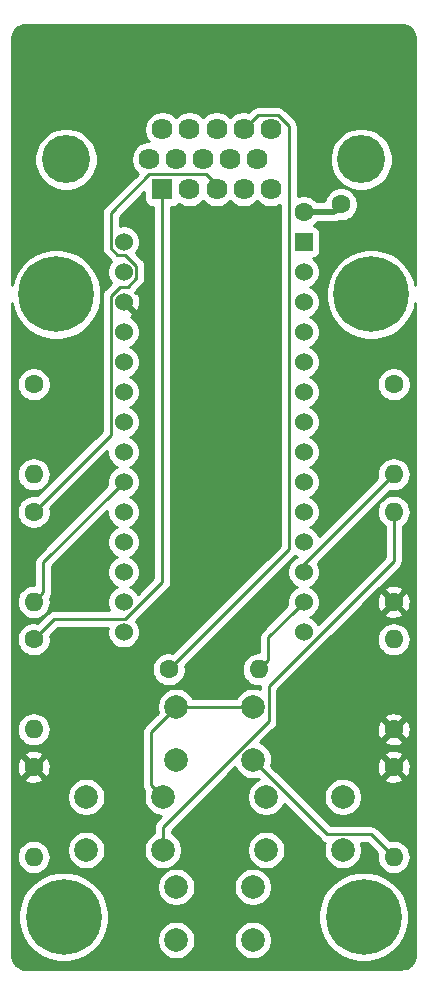
<source format=gbr>
G04 #@! TF.GenerationSoftware,KiCad,Pcbnew,(5.1.4)-1*
G04 #@! TF.CreationDate,2020-11-28T22:24:57-05:00*
G04 #@! TF.ProjectId,snek,736e656b-2e6b-4696-9361-645f70636258,rev?*
G04 #@! TF.SameCoordinates,Original*
G04 #@! TF.FileFunction,Copper,L2,Bot*
G04 #@! TF.FilePolarity,Positive*
%FSLAX46Y46*%
G04 Gerber Fmt 4.6, Leading zero omitted, Abs format (unit mm)*
G04 Created by KiCad (PCBNEW (5.1.4)-1) date 2020-11-28 22:24:57*
%MOMM*%
%LPD*%
G04 APERTURE LIST*
%ADD10C,4.066000*%
%ADD11C,1.785000*%
%ADD12R,1.785000X1.785000*%
%ADD13C,6.400000*%
%ADD14C,1.524000*%
%ADD15R,1.524000X1.524000*%
%ADD16C,2.000000*%
%ADD17O,1.600000X1.600000*%
%ADD18C,1.600000*%
%ADD19C,0.250000*%
%ADD20C,0.500000*%
%ADD21C,0.254000*%
G04 APERTURE END LIST*
D10*
X132920000Y-102870000D03*
X157910000Y-102870000D03*
D11*
X150245000Y-100330000D03*
X147955000Y-100330000D03*
X145665000Y-100330000D03*
X143375000Y-100330000D03*
X141085000Y-100330000D03*
X149100000Y-102870000D03*
X146810000Y-102870000D03*
X144520000Y-102870000D03*
X142230000Y-102870000D03*
X139940000Y-102870000D03*
X150245000Y-105410000D03*
X147955000Y-105410000D03*
X145665000Y-105410000D03*
X143375000Y-105410000D03*
D12*
X141085000Y-105410000D03*
D13*
X132715000Y-167005000D03*
X158115000Y-167005000D03*
X132080000Y-114300000D03*
X158750000Y-114300000D03*
D14*
X137795000Y-109855000D03*
X137795000Y-112395000D03*
X137795000Y-114935000D03*
X137795000Y-117475000D03*
X137795000Y-120015000D03*
X137795000Y-122555000D03*
X137795000Y-125095000D03*
X137795000Y-127635000D03*
X137795000Y-130175000D03*
X137795000Y-132715000D03*
X137795000Y-135255000D03*
X137795000Y-137795000D03*
X137795000Y-140335000D03*
X137795000Y-142875000D03*
X153035000Y-142875000D03*
X153035000Y-140335000D03*
X153035000Y-137795000D03*
X153035000Y-135255000D03*
X153035000Y-132715000D03*
X153035000Y-130175000D03*
X153035000Y-127635000D03*
X153035000Y-125095000D03*
X153035000Y-122555000D03*
X153035000Y-120015000D03*
X153035000Y-117475000D03*
X153035000Y-114935000D03*
X153035000Y-112395000D03*
D15*
X153035000Y-109855000D03*
D16*
X156360000Y-156845000D03*
X156360000Y-161345000D03*
X149860000Y-156845000D03*
X149860000Y-161345000D03*
X148740000Y-164465000D03*
X148740000Y-168965000D03*
X142240000Y-164465000D03*
X142240000Y-168965000D03*
X141120000Y-156845000D03*
X141120000Y-161345000D03*
X134620000Y-156845000D03*
X134620000Y-161345000D03*
X148740000Y-149225000D03*
X148740000Y-153725000D03*
X142240000Y-149225000D03*
X142240000Y-153725000D03*
D17*
X149225000Y-146050000D03*
D18*
X141605000Y-146050000D03*
D17*
X160655000Y-129540000D03*
D18*
X160655000Y-121920000D03*
D17*
X130175000Y-140335000D03*
D18*
X130175000Y-132715000D03*
D17*
X130175000Y-129540000D03*
D18*
X130175000Y-121920000D03*
D17*
X130175000Y-151130000D03*
D18*
X130175000Y-143510000D03*
D17*
X130175000Y-161925000D03*
D18*
X130175000Y-154305000D03*
D17*
X160655000Y-161925000D03*
D18*
X160655000Y-154305000D03*
D17*
X160655000Y-132715000D03*
D18*
X160655000Y-140335000D03*
D17*
X160655000Y-143510000D03*
D18*
X160655000Y-151130000D03*
X137160000Y-104775000D03*
X139065000Y-107315000D03*
X156210000Y-106680000D03*
X153035000Y-107315000D03*
D19*
X151765000Y-135890000D02*
X141605000Y-146050000D01*
X151765000Y-100048098D02*
X151765000Y-135890000D01*
X150829401Y-99112499D02*
X151765000Y-100048098D01*
X147955000Y-100330000D02*
X149172501Y-99112499D01*
X149172501Y-99112499D02*
X150829401Y-99112499D01*
X144780000Y-104140000D02*
X145665000Y-105025000D01*
X139984998Y-104140000D02*
X144780000Y-104140000D01*
X136707999Y-107416999D02*
X139984998Y-104140000D01*
X136707999Y-110376761D02*
X136707999Y-107416999D01*
X137950763Y-110942001D02*
X137273239Y-110942001D01*
X138882001Y-111873239D02*
X137950763Y-110942001D01*
X136707999Y-126182001D02*
X136707999Y-114413239D01*
X130175000Y-132715000D02*
X136707999Y-126182001D01*
X136707999Y-114413239D02*
X137456238Y-113665000D01*
X137456238Y-113665000D02*
X138133762Y-113665000D01*
X145665000Y-105025000D02*
X145665000Y-105410000D01*
X138133762Y-113665000D02*
X138882001Y-112916761D01*
X137273239Y-110942001D02*
X136707999Y-110376761D01*
X138882001Y-112916761D02*
X138882001Y-111873239D01*
X130974999Y-142710001D02*
X130175000Y-143510000D01*
X131897001Y-141787999D02*
X130974999Y-142710001D01*
X137950763Y-141787999D02*
X131897001Y-141787999D01*
X141085000Y-138653762D02*
X137950763Y-141787999D01*
X141085000Y-105410000D02*
X141085000Y-138653762D01*
X141120000Y-159930787D02*
X141120000Y-161345000D01*
X141120000Y-159383998D02*
X141120000Y-159930787D01*
X150065001Y-150438997D02*
X141120000Y-159383998D01*
X150065001Y-147453761D02*
X150065001Y-150438997D01*
X160655000Y-136863762D02*
X150065001Y-147453761D01*
X160655000Y-132715000D02*
X160655000Y-136863762D01*
X149739999Y-154724999D02*
X148740000Y-153725000D01*
X155034999Y-160019999D02*
X149739999Y-154724999D01*
X158749999Y-160019999D02*
X155034999Y-160019999D01*
X160655000Y-161925000D02*
X158749999Y-160019999D01*
X137033001Y-130936999D02*
X137795000Y-130175000D01*
X130974999Y-136995001D02*
X137033001Y-130936999D01*
X130974999Y-139535001D02*
X130974999Y-136995001D01*
X130175000Y-140335000D02*
X130974999Y-139535001D01*
X153035000Y-137160000D02*
X153035000Y-137795000D01*
X160655000Y-129540000D02*
X153035000Y-137160000D01*
X152273001Y-141096999D02*
X153035000Y-140335000D01*
X150024999Y-143345001D02*
X152273001Y-141096999D01*
X150024999Y-145250001D02*
X150024999Y-143345001D01*
X149225000Y-146050000D02*
X150024999Y-145250001D01*
X142240000Y-149225000D02*
X148740000Y-149225000D01*
X141240001Y-150224999D02*
X142240000Y-149225000D01*
X140120001Y-151344999D02*
X141240001Y-150224999D01*
X140120001Y-155845001D02*
X140120001Y-151344999D01*
X141120000Y-156845000D02*
X140120001Y-155845001D01*
D20*
X155575000Y-107315000D02*
X156210000Y-106680000D01*
X153035000Y-107315000D02*
X155575000Y-107315000D01*
D21*
G36*
X161526327Y-91516457D02*
G01*
X161753653Y-91585091D01*
X161963316Y-91696569D01*
X162147340Y-91846655D01*
X162298701Y-92029620D01*
X162411646Y-92238507D01*
X162481865Y-92465349D01*
X162510001Y-92733044D01*
X162510001Y-113545239D01*
X162437623Y-113181372D01*
X162148533Y-112483446D01*
X161728839Y-111855330D01*
X161194670Y-111321161D01*
X160566554Y-110901467D01*
X159868628Y-110612377D01*
X159127715Y-110465000D01*
X158372285Y-110465000D01*
X157631372Y-110612377D01*
X156933446Y-110901467D01*
X156305330Y-111321161D01*
X155771161Y-111855330D01*
X155351467Y-112483446D01*
X155062377Y-113181372D01*
X154915000Y-113922285D01*
X154915000Y-114677715D01*
X155062377Y-115418628D01*
X155351467Y-116116554D01*
X155771161Y-116744670D01*
X156305330Y-117278839D01*
X156933446Y-117698533D01*
X157631372Y-117987623D01*
X158372285Y-118135000D01*
X159127715Y-118135000D01*
X159868628Y-117987623D01*
X160566554Y-117698533D01*
X161194670Y-117278839D01*
X161728839Y-116744670D01*
X162148533Y-116116554D01*
X162437623Y-115418628D01*
X162510001Y-115054761D01*
X162510000Y-170146497D01*
X162483543Y-170416327D01*
X162414908Y-170643656D01*
X162303428Y-170853320D01*
X162153343Y-171037341D01*
X161970380Y-171188701D01*
X161761493Y-171301646D01*
X161534653Y-171371865D01*
X161266966Y-171400000D01*
X129573503Y-171400000D01*
X129303673Y-171373543D01*
X129076344Y-171304908D01*
X128866680Y-171193428D01*
X128682659Y-171043343D01*
X128531299Y-170860380D01*
X128418354Y-170651493D01*
X128348135Y-170424653D01*
X128320000Y-170156966D01*
X128320000Y-166627285D01*
X128880000Y-166627285D01*
X128880000Y-167382715D01*
X129027377Y-168123628D01*
X129316467Y-168821554D01*
X129736161Y-169449670D01*
X130270330Y-169983839D01*
X130898446Y-170403533D01*
X131596372Y-170692623D01*
X132337285Y-170840000D01*
X133092715Y-170840000D01*
X133833628Y-170692623D01*
X134531554Y-170403533D01*
X135159670Y-169983839D01*
X135693839Y-169449670D01*
X136113533Y-168821554D01*
X136120817Y-168803967D01*
X140605000Y-168803967D01*
X140605000Y-169126033D01*
X140667832Y-169441912D01*
X140791082Y-169739463D01*
X140970013Y-170007252D01*
X141197748Y-170234987D01*
X141465537Y-170413918D01*
X141763088Y-170537168D01*
X142078967Y-170600000D01*
X142401033Y-170600000D01*
X142716912Y-170537168D01*
X143014463Y-170413918D01*
X143282252Y-170234987D01*
X143509987Y-170007252D01*
X143688918Y-169739463D01*
X143812168Y-169441912D01*
X143875000Y-169126033D01*
X143875000Y-168803967D01*
X147105000Y-168803967D01*
X147105000Y-169126033D01*
X147167832Y-169441912D01*
X147291082Y-169739463D01*
X147470013Y-170007252D01*
X147697748Y-170234987D01*
X147965537Y-170413918D01*
X148263088Y-170537168D01*
X148578967Y-170600000D01*
X148901033Y-170600000D01*
X149216912Y-170537168D01*
X149514463Y-170413918D01*
X149782252Y-170234987D01*
X150009987Y-170007252D01*
X150188918Y-169739463D01*
X150312168Y-169441912D01*
X150375000Y-169126033D01*
X150375000Y-168803967D01*
X150312168Y-168488088D01*
X150188918Y-168190537D01*
X150009987Y-167922748D01*
X149782252Y-167695013D01*
X149514463Y-167516082D01*
X149216912Y-167392832D01*
X148901033Y-167330000D01*
X148578967Y-167330000D01*
X148263088Y-167392832D01*
X147965537Y-167516082D01*
X147697748Y-167695013D01*
X147470013Y-167922748D01*
X147291082Y-168190537D01*
X147167832Y-168488088D01*
X147105000Y-168803967D01*
X143875000Y-168803967D01*
X143812168Y-168488088D01*
X143688918Y-168190537D01*
X143509987Y-167922748D01*
X143282252Y-167695013D01*
X143014463Y-167516082D01*
X142716912Y-167392832D01*
X142401033Y-167330000D01*
X142078967Y-167330000D01*
X141763088Y-167392832D01*
X141465537Y-167516082D01*
X141197748Y-167695013D01*
X140970013Y-167922748D01*
X140791082Y-168190537D01*
X140667832Y-168488088D01*
X140605000Y-168803967D01*
X136120817Y-168803967D01*
X136402623Y-168123628D01*
X136550000Y-167382715D01*
X136550000Y-166627285D01*
X154280000Y-166627285D01*
X154280000Y-167382715D01*
X154427377Y-168123628D01*
X154716467Y-168821554D01*
X155136161Y-169449670D01*
X155670330Y-169983839D01*
X156298446Y-170403533D01*
X156996372Y-170692623D01*
X157737285Y-170840000D01*
X158492715Y-170840000D01*
X159233628Y-170692623D01*
X159931554Y-170403533D01*
X160559670Y-169983839D01*
X161093839Y-169449670D01*
X161513533Y-168821554D01*
X161802623Y-168123628D01*
X161950000Y-167382715D01*
X161950000Y-166627285D01*
X161802623Y-165886372D01*
X161513533Y-165188446D01*
X161093839Y-164560330D01*
X160559670Y-164026161D01*
X159931554Y-163606467D01*
X159233628Y-163317377D01*
X158492715Y-163170000D01*
X157737285Y-163170000D01*
X156996372Y-163317377D01*
X156298446Y-163606467D01*
X155670330Y-164026161D01*
X155136161Y-164560330D01*
X154716467Y-165188446D01*
X154427377Y-165886372D01*
X154280000Y-166627285D01*
X136550000Y-166627285D01*
X136402623Y-165886372D01*
X136113533Y-165188446D01*
X135693839Y-164560330D01*
X135437476Y-164303967D01*
X140605000Y-164303967D01*
X140605000Y-164626033D01*
X140667832Y-164941912D01*
X140791082Y-165239463D01*
X140970013Y-165507252D01*
X141197748Y-165734987D01*
X141465537Y-165913918D01*
X141763088Y-166037168D01*
X142078967Y-166100000D01*
X142401033Y-166100000D01*
X142716912Y-166037168D01*
X143014463Y-165913918D01*
X143282252Y-165734987D01*
X143509987Y-165507252D01*
X143688918Y-165239463D01*
X143812168Y-164941912D01*
X143875000Y-164626033D01*
X143875000Y-164303967D01*
X147105000Y-164303967D01*
X147105000Y-164626033D01*
X147167832Y-164941912D01*
X147291082Y-165239463D01*
X147470013Y-165507252D01*
X147697748Y-165734987D01*
X147965537Y-165913918D01*
X148263088Y-166037168D01*
X148578967Y-166100000D01*
X148901033Y-166100000D01*
X149216912Y-166037168D01*
X149514463Y-165913918D01*
X149782252Y-165734987D01*
X150009987Y-165507252D01*
X150188918Y-165239463D01*
X150312168Y-164941912D01*
X150375000Y-164626033D01*
X150375000Y-164303967D01*
X150312168Y-163988088D01*
X150188918Y-163690537D01*
X150009987Y-163422748D01*
X149782252Y-163195013D01*
X149514463Y-163016082D01*
X149216912Y-162892832D01*
X148901033Y-162830000D01*
X148578967Y-162830000D01*
X148263088Y-162892832D01*
X147965537Y-163016082D01*
X147697748Y-163195013D01*
X147470013Y-163422748D01*
X147291082Y-163690537D01*
X147167832Y-163988088D01*
X147105000Y-164303967D01*
X143875000Y-164303967D01*
X143812168Y-163988088D01*
X143688918Y-163690537D01*
X143509987Y-163422748D01*
X143282252Y-163195013D01*
X143014463Y-163016082D01*
X142716912Y-162892832D01*
X142401033Y-162830000D01*
X142078967Y-162830000D01*
X141763088Y-162892832D01*
X141465537Y-163016082D01*
X141197748Y-163195013D01*
X140970013Y-163422748D01*
X140791082Y-163690537D01*
X140667832Y-163988088D01*
X140605000Y-164303967D01*
X135437476Y-164303967D01*
X135159670Y-164026161D01*
X134531554Y-163606467D01*
X133833628Y-163317377D01*
X133092715Y-163170000D01*
X132337285Y-163170000D01*
X131596372Y-163317377D01*
X130898446Y-163606467D01*
X130270330Y-164026161D01*
X129736161Y-164560330D01*
X129316467Y-165188446D01*
X129027377Y-165886372D01*
X128880000Y-166627285D01*
X128320000Y-166627285D01*
X128320000Y-161925000D01*
X128733057Y-161925000D01*
X128760764Y-162206309D01*
X128842818Y-162476808D01*
X128976068Y-162726101D01*
X129155392Y-162944608D01*
X129373899Y-163123932D01*
X129623192Y-163257182D01*
X129893691Y-163339236D01*
X130104508Y-163360000D01*
X130245492Y-163360000D01*
X130456309Y-163339236D01*
X130726808Y-163257182D01*
X130976101Y-163123932D01*
X131194608Y-162944608D01*
X131373932Y-162726101D01*
X131507182Y-162476808D01*
X131589236Y-162206309D01*
X131616943Y-161925000D01*
X131589236Y-161643691D01*
X131507182Y-161373192D01*
X131406040Y-161183967D01*
X132985000Y-161183967D01*
X132985000Y-161506033D01*
X133047832Y-161821912D01*
X133171082Y-162119463D01*
X133350013Y-162387252D01*
X133577748Y-162614987D01*
X133845537Y-162793918D01*
X134143088Y-162917168D01*
X134458967Y-162980000D01*
X134781033Y-162980000D01*
X135096912Y-162917168D01*
X135394463Y-162793918D01*
X135662252Y-162614987D01*
X135889987Y-162387252D01*
X136068918Y-162119463D01*
X136192168Y-161821912D01*
X136255000Y-161506033D01*
X136255000Y-161183967D01*
X136192168Y-160868088D01*
X136068918Y-160570537D01*
X135889987Y-160302748D01*
X135662252Y-160075013D01*
X135394463Y-159896082D01*
X135096912Y-159772832D01*
X134781033Y-159710000D01*
X134458967Y-159710000D01*
X134143088Y-159772832D01*
X133845537Y-159896082D01*
X133577748Y-160075013D01*
X133350013Y-160302748D01*
X133171082Y-160570537D01*
X133047832Y-160868088D01*
X132985000Y-161183967D01*
X131406040Y-161183967D01*
X131373932Y-161123899D01*
X131194608Y-160905392D01*
X130976101Y-160726068D01*
X130726808Y-160592818D01*
X130456309Y-160510764D01*
X130245492Y-160490000D01*
X130104508Y-160490000D01*
X129893691Y-160510764D01*
X129623192Y-160592818D01*
X129373899Y-160726068D01*
X129155392Y-160905392D01*
X128976068Y-161123899D01*
X128842818Y-161373192D01*
X128760764Y-161643691D01*
X128733057Y-161925000D01*
X128320000Y-161925000D01*
X128320000Y-156683967D01*
X132985000Y-156683967D01*
X132985000Y-157006033D01*
X133047832Y-157321912D01*
X133171082Y-157619463D01*
X133350013Y-157887252D01*
X133577748Y-158114987D01*
X133845537Y-158293918D01*
X134143088Y-158417168D01*
X134458967Y-158480000D01*
X134781033Y-158480000D01*
X135096912Y-158417168D01*
X135394463Y-158293918D01*
X135662252Y-158114987D01*
X135889987Y-157887252D01*
X136068918Y-157619463D01*
X136192168Y-157321912D01*
X136255000Y-157006033D01*
X136255000Y-156683967D01*
X136192168Y-156368088D01*
X136068918Y-156070537D01*
X135889987Y-155802748D01*
X135662252Y-155575013D01*
X135394463Y-155396082D01*
X135096912Y-155272832D01*
X134781033Y-155210000D01*
X134458967Y-155210000D01*
X134143088Y-155272832D01*
X133845537Y-155396082D01*
X133577748Y-155575013D01*
X133350013Y-155802748D01*
X133171082Y-156070537D01*
X133047832Y-156368088D01*
X132985000Y-156683967D01*
X128320000Y-156683967D01*
X128320000Y-155297702D01*
X129361903Y-155297702D01*
X129433486Y-155541671D01*
X129688996Y-155662571D01*
X129963184Y-155731300D01*
X130245512Y-155745217D01*
X130525130Y-155703787D01*
X130791292Y-155608603D01*
X130916514Y-155541671D01*
X130988097Y-155297702D01*
X130175000Y-154484605D01*
X129361903Y-155297702D01*
X128320000Y-155297702D01*
X128320000Y-154375512D01*
X128734783Y-154375512D01*
X128776213Y-154655130D01*
X128871397Y-154921292D01*
X128938329Y-155046514D01*
X129182298Y-155118097D01*
X129995395Y-154305000D01*
X130354605Y-154305000D01*
X131167702Y-155118097D01*
X131411671Y-155046514D01*
X131532571Y-154791004D01*
X131601300Y-154516816D01*
X131615217Y-154234488D01*
X131573787Y-153954870D01*
X131478603Y-153688708D01*
X131411671Y-153563486D01*
X131167702Y-153491903D01*
X130354605Y-154305000D01*
X129995395Y-154305000D01*
X129182298Y-153491903D01*
X128938329Y-153563486D01*
X128817429Y-153818996D01*
X128748700Y-154093184D01*
X128734783Y-154375512D01*
X128320000Y-154375512D01*
X128320000Y-153312298D01*
X129361903Y-153312298D01*
X130175000Y-154125395D01*
X130988097Y-153312298D01*
X130916514Y-153068329D01*
X130661004Y-152947429D01*
X130386816Y-152878700D01*
X130104488Y-152864783D01*
X129824870Y-152906213D01*
X129558708Y-153001397D01*
X129433486Y-153068329D01*
X129361903Y-153312298D01*
X128320000Y-153312298D01*
X128320000Y-151130000D01*
X128733057Y-151130000D01*
X128760764Y-151411309D01*
X128842818Y-151681808D01*
X128976068Y-151931101D01*
X129155392Y-152149608D01*
X129373899Y-152328932D01*
X129623192Y-152462182D01*
X129893691Y-152544236D01*
X130104508Y-152565000D01*
X130245492Y-152565000D01*
X130456309Y-152544236D01*
X130726808Y-152462182D01*
X130976101Y-152328932D01*
X131194608Y-152149608D01*
X131373932Y-151931101D01*
X131507182Y-151681808D01*
X131589236Y-151411309D01*
X131616943Y-151130000D01*
X131589236Y-150848691D01*
X131507182Y-150578192D01*
X131373932Y-150328899D01*
X131194608Y-150110392D01*
X130976101Y-149931068D01*
X130726808Y-149797818D01*
X130456309Y-149715764D01*
X130245492Y-149695000D01*
X130104508Y-149695000D01*
X129893691Y-149715764D01*
X129623192Y-149797818D01*
X129373899Y-149931068D01*
X129155392Y-150110392D01*
X128976068Y-150328899D01*
X128842818Y-150578192D01*
X128760764Y-150848691D01*
X128733057Y-151130000D01*
X128320000Y-151130000D01*
X128320000Y-140335000D01*
X128733057Y-140335000D01*
X128760764Y-140616309D01*
X128842818Y-140886808D01*
X128976068Y-141136101D01*
X129155392Y-141354608D01*
X129373899Y-141533932D01*
X129623192Y-141667182D01*
X129893691Y-141749236D01*
X130104508Y-141770000D01*
X130245492Y-141770000D01*
X130456309Y-141749236D01*
X130726808Y-141667182D01*
X130976101Y-141533932D01*
X131194608Y-141354608D01*
X131373932Y-141136101D01*
X131507182Y-140886808D01*
X131589236Y-140616309D01*
X131616943Y-140335000D01*
X131589236Y-140053691D01*
X131573922Y-140003206D01*
X131609972Y-139959278D01*
X131609973Y-139959277D01*
X131680545Y-139827248D01*
X131724002Y-139683987D01*
X131734999Y-139572334D01*
X131734999Y-139572325D01*
X131738675Y-139535002D01*
X131734999Y-139497679D01*
X131734999Y-137309802D01*
X136398000Y-132646802D01*
X136398000Y-132852592D01*
X136451686Y-133122490D01*
X136556995Y-133376727D01*
X136709880Y-133605535D01*
X136904465Y-133800120D01*
X137133273Y-133953005D01*
X137210515Y-133985000D01*
X137133273Y-134016995D01*
X136904465Y-134169880D01*
X136709880Y-134364465D01*
X136556995Y-134593273D01*
X136451686Y-134847510D01*
X136398000Y-135117408D01*
X136398000Y-135392592D01*
X136451686Y-135662490D01*
X136556995Y-135916727D01*
X136709880Y-136145535D01*
X136904465Y-136340120D01*
X137133273Y-136493005D01*
X137210515Y-136525000D01*
X137133273Y-136556995D01*
X136904465Y-136709880D01*
X136709880Y-136904465D01*
X136556995Y-137133273D01*
X136451686Y-137387510D01*
X136398000Y-137657408D01*
X136398000Y-137932592D01*
X136451686Y-138202490D01*
X136556995Y-138456727D01*
X136709880Y-138685535D01*
X136904465Y-138880120D01*
X137133273Y-139033005D01*
X137210515Y-139065000D01*
X137133273Y-139096995D01*
X136904465Y-139249880D01*
X136709880Y-139444465D01*
X136556995Y-139673273D01*
X136451686Y-139927510D01*
X136398000Y-140197408D01*
X136398000Y-140472592D01*
X136451686Y-140742490D01*
X136556995Y-140996727D01*
X136577890Y-141027999D01*
X131934326Y-141027999D01*
X131897001Y-141024323D01*
X131859676Y-141027999D01*
X131859668Y-141027999D01*
X131748015Y-141038996D01*
X131604754Y-141082453D01*
X131472725Y-141153025D01*
X131357000Y-141247998D01*
X131333202Y-141276996D01*
X130498887Y-142111312D01*
X130316335Y-142075000D01*
X130033665Y-142075000D01*
X129756426Y-142130147D01*
X129495273Y-142238320D01*
X129260241Y-142395363D01*
X129060363Y-142595241D01*
X128903320Y-142830273D01*
X128795147Y-143091426D01*
X128740000Y-143368665D01*
X128740000Y-143651335D01*
X128795147Y-143928574D01*
X128903320Y-144189727D01*
X129060363Y-144424759D01*
X129260241Y-144624637D01*
X129495273Y-144781680D01*
X129756426Y-144889853D01*
X130033665Y-144945000D01*
X130316335Y-144945000D01*
X130593574Y-144889853D01*
X130854727Y-144781680D01*
X131089759Y-144624637D01*
X131289637Y-144424759D01*
X131446680Y-144189727D01*
X131554853Y-143928574D01*
X131610000Y-143651335D01*
X131610000Y-143368665D01*
X131573688Y-143186113D01*
X132211803Y-142547999D01*
X136435676Y-142547999D01*
X136398000Y-142737408D01*
X136398000Y-143012592D01*
X136451686Y-143282490D01*
X136556995Y-143536727D01*
X136709880Y-143765535D01*
X136904465Y-143960120D01*
X137133273Y-144113005D01*
X137387510Y-144218314D01*
X137657408Y-144272000D01*
X137932592Y-144272000D01*
X138202490Y-144218314D01*
X138456727Y-144113005D01*
X138685535Y-143960120D01*
X138880120Y-143765535D01*
X139033005Y-143536727D01*
X139138314Y-143282490D01*
X139192000Y-143012592D01*
X139192000Y-142737408D01*
X139138314Y-142467510D01*
X139033005Y-142213273D01*
X138880120Y-141984465D01*
X138854609Y-141958954D01*
X141596008Y-139217557D01*
X141625001Y-139193763D01*
X141648795Y-139164770D01*
X141648799Y-139164766D01*
X141719973Y-139078039D01*
X141719974Y-139078038D01*
X141790546Y-138946009D01*
X141834003Y-138802748D01*
X141845000Y-138691095D01*
X141845000Y-138691086D01*
X141848676Y-138653763D01*
X141845000Y-138616440D01*
X141845000Y-106940572D01*
X141977500Y-106940572D01*
X142101982Y-106928312D01*
X142221680Y-106892002D01*
X142331994Y-106833037D01*
X142428685Y-106753685D01*
X142502297Y-106663988D01*
X142651457Y-106763653D01*
X142929445Y-106878799D01*
X143224554Y-106937500D01*
X143525446Y-106937500D01*
X143820555Y-106878799D01*
X144098543Y-106763653D01*
X144348725Y-106596487D01*
X144520000Y-106425212D01*
X144691275Y-106596487D01*
X144941457Y-106763653D01*
X145219445Y-106878799D01*
X145514554Y-106937500D01*
X145815446Y-106937500D01*
X146110555Y-106878799D01*
X146388543Y-106763653D01*
X146638725Y-106596487D01*
X146810000Y-106425212D01*
X146981275Y-106596487D01*
X147231457Y-106763653D01*
X147509445Y-106878799D01*
X147804554Y-106937500D01*
X148105446Y-106937500D01*
X148400555Y-106878799D01*
X148678543Y-106763653D01*
X148928725Y-106596487D01*
X149100000Y-106425212D01*
X149271275Y-106596487D01*
X149521457Y-106763653D01*
X149799445Y-106878799D01*
X150094554Y-106937500D01*
X150395446Y-106937500D01*
X150690555Y-106878799D01*
X150968543Y-106763653D01*
X151005000Y-106739293D01*
X151005001Y-135575197D01*
X141928887Y-144651312D01*
X141746335Y-144615000D01*
X141463665Y-144615000D01*
X141186426Y-144670147D01*
X140925273Y-144778320D01*
X140690241Y-144935363D01*
X140490363Y-145135241D01*
X140333320Y-145370273D01*
X140225147Y-145631426D01*
X140170000Y-145908665D01*
X140170000Y-146191335D01*
X140225147Y-146468574D01*
X140333320Y-146729727D01*
X140490363Y-146964759D01*
X140690241Y-147164637D01*
X140925273Y-147321680D01*
X141186426Y-147429853D01*
X141463665Y-147485000D01*
X141746335Y-147485000D01*
X142023574Y-147429853D01*
X142284727Y-147321680D01*
X142519759Y-147164637D01*
X142719637Y-146964759D01*
X142876680Y-146729727D01*
X142984853Y-146468574D01*
X143040000Y-146191335D01*
X143040000Y-145908665D01*
X143003688Y-145726113D01*
X152276003Y-136453799D01*
X152293324Y-136439584D01*
X152373273Y-136493005D01*
X152450515Y-136525000D01*
X152373273Y-136556995D01*
X152144465Y-136709880D01*
X151949880Y-136904465D01*
X151796995Y-137133273D01*
X151691686Y-137387510D01*
X151638000Y-137657408D01*
X151638000Y-137932592D01*
X151691686Y-138202490D01*
X151796995Y-138456727D01*
X151949880Y-138685535D01*
X152144465Y-138880120D01*
X152373273Y-139033005D01*
X152450515Y-139065000D01*
X152373273Y-139096995D01*
X152144465Y-139249880D01*
X151949880Y-139444465D01*
X151796995Y-139673273D01*
X151691686Y-139927510D01*
X151638000Y-140197408D01*
X151638000Y-140472592D01*
X151668628Y-140626570D01*
X149513997Y-142781202D01*
X149484999Y-142805000D01*
X149461201Y-142833998D01*
X149461200Y-142833999D01*
X149390025Y-142920725D01*
X149319453Y-143052755D01*
X149275997Y-143196016D01*
X149261323Y-143345001D01*
X149265000Y-143382333D01*
X149264999Y-144615000D01*
X149154508Y-144615000D01*
X148943691Y-144635764D01*
X148673192Y-144717818D01*
X148423899Y-144851068D01*
X148205392Y-145030392D01*
X148026068Y-145248899D01*
X147892818Y-145498192D01*
X147810764Y-145768691D01*
X147783057Y-146050000D01*
X147810764Y-146331309D01*
X147892818Y-146601808D01*
X148026068Y-146851101D01*
X148205392Y-147069608D01*
X148423899Y-147248932D01*
X148673192Y-147382182D01*
X148943691Y-147464236D01*
X149154508Y-147485000D01*
X149295492Y-147485000D01*
X149304316Y-147484131D01*
X149305001Y-147491084D01*
X149305001Y-147689320D01*
X149216912Y-147652832D01*
X148901033Y-147590000D01*
X148578967Y-147590000D01*
X148263088Y-147652832D01*
X147965537Y-147776082D01*
X147697748Y-147955013D01*
X147470013Y-148182748D01*
X147291082Y-148450537D01*
X147285091Y-148465000D01*
X143694909Y-148465000D01*
X143688918Y-148450537D01*
X143509987Y-148182748D01*
X143282252Y-147955013D01*
X143014463Y-147776082D01*
X142716912Y-147652832D01*
X142401033Y-147590000D01*
X142078967Y-147590000D01*
X141763088Y-147652832D01*
X141465537Y-147776082D01*
X141197748Y-147955013D01*
X140970013Y-148182748D01*
X140791082Y-148450537D01*
X140667832Y-148748088D01*
X140605000Y-149063967D01*
X140605000Y-149386033D01*
X140667832Y-149701912D01*
X140673823Y-149716375D01*
X139608999Y-150781200D01*
X139580001Y-150804998D01*
X139556203Y-150833996D01*
X139556202Y-150833997D01*
X139485027Y-150920723D01*
X139414455Y-151052753D01*
X139370999Y-151196014D01*
X139356325Y-151344999D01*
X139360002Y-151382331D01*
X139360001Y-155807678D01*
X139356325Y-155845001D01*
X139360001Y-155882323D01*
X139360001Y-155882333D01*
X139370998Y-155993986D01*
X139414455Y-156137247D01*
X139485027Y-156269277D01*
X139524872Y-156317827D01*
X139553966Y-156353279D01*
X139547832Y-156368088D01*
X139485000Y-156683967D01*
X139485000Y-157006033D01*
X139547832Y-157321912D01*
X139671082Y-157619463D01*
X139850013Y-157887252D01*
X140077748Y-158114987D01*
X140345537Y-158293918D01*
X140643088Y-158417168D01*
X140950818Y-158478379D01*
X140609003Y-158820194D01*
X140579999Y-158843997D01*
X140524871Y-158911172D01*
X140485026Y-158959722D01*
X140414455Y-159091751D01*
X140414454Y-159091752D01*
X140370997Y-159235013D01*
X140360000Y-159346666D01*
X140360000Y-159346676D01*
X140356324Y-159383998D01*
X140360000Y-159421320D01*
X140360000Y-159890091D01*
X140345537Y-159896082D01*
X140077748Y-160075013D01*
X139850013Y-160302748D01*
X139671082Y-160570537D01*
X139547832Y-160868088D01*
X139485000Y-161183967D01*
X139485000Y-161506033D01*
X139547832Y-161821912D01*
X139671082Y-162119463D01*
X139850013Y-162387252D01*
X140077748Y-162614987D01*
X140345537Y-162793918D01*
X140643088Y-162917168D01*
X140958967Y-162980000D01*
X141281033Y-162980000D01*
X141596912Y-162917168D01*
X141894463Y-162793918D01*
X142162252Y-162614987D01*
X142389987Y-162387252D01*
X142568918Y-162119463D01*
X142692168Y-161821912D01*
X142755000Y-161506033D01*
X142755000Y-161183967D01*
X148225000Y-161183967D01*
X148225000Y-161506033D01*
X148287832Y-161821912D01*
X148411082Y-162119463D01*
X148590013Y-162387252D01*
X148817748Y-162614987D01*
X149085537Y-162793918D01*
X149383088Y-162917168D01*
X149698967Y-162980000D01*
X150021033Y-162980000D01*
X150336912Y-162917168D01*
X150634463Y-162793918D01*
X150902252Y-162614987D01*
X151129987Y-162387252D01*
X151308918Y-162119463D01*
X151432168Y-161821912D01*
X151495000Y-161506033D01*
X151495000Y-161183967D01*
X151432168Y-160868088D01*
X151308918Y-160570537D01*
X151129987Y-160302748D01*
X150902252Y-160075013D01*
X150634463Y-159896082D01*
X150336912Y-159772832D01*
X150021033Y-159710000D01*
X149698967Y-159710000D01*
X149383088Y-159772832D01*
X149085537Y-159896082D01*
X148817748Y-160075013D01*
X148590013Y-160302748D01*
X148411082Y-160570537D01*
X148287832Y-160868088D01*
X148225000Y-161183967D01*
X142755000Y-161183967D01*
X142692168Y-160868088D01*
X142568918Y-160570537D01*
X142389987Y-160302748D01*
X142162252Y-160075013D01*
X141894463Y-159896082D01*
X141880000Y-159890091D01*
X141880000Y-159698799D01*
X147229063Y-154349737D01*
X147291082Y-154499463D01*
X147470013Y-154767252D01*
X147697748Y-154994987D01*
X147965537Y-155173918D01*
X148263088Y-155297168D01*
X148578967Y-155360000D01*
X148901033Y-155360000D01*
X149216912Y-155297168D01*
X149231376Y-155291177D01*
X149262840Y-155322641D01*
X149085537Y-155396082D01*
X148817748Y-155575013D01*
X148590013Y-155802748D01*
X148411082Y-156070537D01*
X148287832Y-156368088D01*
X148225000Y-156683967D01*
X148225000Y-157006033D01*
X148287832Y-157321912D01*
X148411082Y-157619463D01*
X148590013Y-157887252D01*
X148817748Y-158114987D01*
X149085537Y-158293918D01*
X149383088Y-158417168D01*
X149698967Y-158480000D01*
X150021033Y-158480000D01*
X150336912Y-158417168D01*
X150634463Y-158293918D01*
X150902252Y-158114987D01*
X151129987Y-157887252D01*
X151308918Y-157619463D01*
X151382359Y-157442161D01*
X154471199Y-160531001D01*
X154494998Y-160560000D01*
X154610723Y-160654973D01*
X154742752Y-160725545D01*
X154835253Y-160753604D01*
X154787832Y-160868088D01*
X154725000Y-161183967D01*
X154725000Y-161506033D01*
X154787832Y-161821912D01*
X154911082Y-162119463D01*
X155090013Y-162387252D01*
X155317748Y-162614987D01*
X155585537Y-162793918D01*
X155883088Y-162917168D01*
X156198967Y-162980000D01*
X156521033Y-162980000D01*
X156836912Y-162917168D01*
X157134463Y-162793918D01*
X157402252Y-162614987D01*
X157629987Y-162387252D01*
X157808918Y-162119463D01*
X157932168Y-161821912D01*
X157995000Y-161506033D01*
X157995000Y-161183967D01*
X157932168Y-160868088D01*
X157895680Y-160779999D01*
X158435198Y-160779999D01*
X159254292Y-161599094D01*
X159240764Y-161643691D01*
X159213057Y-161925000D01*
X159240764Y-162206309D01*
X159322818Y-162476808D01*
X159456068Y-162726101D01*
X159635392Y-162944608D01*
X159853899Y-163123932D01*
X160103192Y-163257182D01*
X160373691Y-163339236D01*
X160584508Y-163360000D01*
X160725492Y-163360000D01*
X160936309Y-163339236D01*
X161206808Y-163257182D01*
X161456101Y-163123932D01*
X161674608Y-162944608D01*
X161853932Y-162726101D01*
X161987182Y-162476808D01*
X162069236Y-162206309D01*
X162096943Y-161925000D01*
X162069236Y-161643691D01*
X161987182Y-161373192D01*
X161853932Y-161123899D01*
X161674608Y-160905392D01*
X161456101Y-160726068D01*
X161206808Y-160592818D01*
X160936309Y-160510764D01*
X160725492Y-160490000D01*
X160584508Y-160490000D01*
X160373691Y-160510764D01*
X160329094Y-160524292D01*
X159313803Y-159509002D01*
X159290000Y-159479998D01*
X159174275Y-159385025D01*
X159042246Y-159314453D01*
X158898985Y-159270996D01*
X158787332Y-159259999D01*
X158787321Y-159259999D01*
X158749999Y-159256323D01*
X158712677Y-159259999D01*
X155349801Y-159259999D01*
X152773769Y-156683967D01*
X154725000Y-156683967D01*
X154725000Y-157006033D01*
X154787832Y-157321912D01*
X154911082Y-157619463D01*
X155090013Y-157887252D01*
X155317748Y-158114987D01*
X155585537Y-158293918D01*
X155883088Y-158417168D01*
X156198967Y-158480000D01*
X156521033Y-158480000D01*
X156836912Y-158417168D01*
X157134463Y-158293918D01*
X157402252Y-158114987D01*
X157629987Y-157887252D01*
X157808918Y-157619463D01*
X157932168Y-157321912D01*
X157995000Y-157006033D01*
X157995000Y-156683967D01*
X157932168Y-156368088D01*
X157808918Y-156070537D01*
X157629987Y-155802748D01*
X157402252Y-155575013D01*
X157134463Y-155396082D01*
X156896954Y-155297702D01*
X159841903Y-155297702D01*
X159913486Y-155541671D01*
X160168996Y-155662571D01*
X160443184Y-155731300D01*
X160725512Y-155745217D01*
X161005130Y-155703787D01*
X161271292Y-155608603D01*
X161396514Y-155541671D01*
X161468097Y-155297702D01*
X160655000Y-154484605D01*
X159841903Y-155297702D01*
X156896954Y-155297702D01*
X156836912Y-155272832D01*
X156521033Y-155210000D01*
X156198967Y-155210000D01*
X155883088Y-155272832D01*
X155585537Y-155396082D01*
X155317748Y-155575013D01*
X155090013Y-155802748D01*
X154911082Y-156070537D01*
X154787832Y-156368088D01*
X154725000Y-156683967D01*
X152773769Y-156683967D01*
X150465314Y-154375512D01*
X159214783Y-154375512D01*
X159256213Y-154655130D01*
X159351397Y-154921292D01*
X159418329Y-155046514D01*
X159662298Y-155118097D01*
X160475395Y-154305000D01*
X160834605Y-154305000D01*
X161647702Y-155118097D01*
X161891671Y-155046514D01*
X162012571Y-154791004D01*
X162081300Y-154516816D01*
X162095217Y-154234488D01*
X162053787Y-153954870D01*
X161958603Y-153688708D01*
X161891671Y-153563486D01*
X161647702Y-153491903D01*
X160834605Y-154305000D01*
X160475395Y-154305000D01*
X159662298Y-153491903D01*
X159418329Y-153563486D01*
X159297429Y-153818996D01*
X159228700Y-154093184D01*
X159214783Y-154375512D01*
X150465314Y-154375512D01*
X150306177Y-154216376D01*
X150312168Y-154201912D01*
X150375000Y-153886033D01*
X150375000Y-153563967D01*
X150324941Y-153312298D01*
X159841903Y-153312298D01*
X160655000Y-154125395D01*
X161468097Y-153312298D01*
X161396514Y-153068329D01*
X161141004Y-152947429D01*
X160866816Y-152878700D01*
X160584488Y-152864783D01*
X160304870Y-152906213D01*
X160038708Y-153001397D01*
X159913486Y-153068329D01*
X159841903Y-153312298D01*
X150324941Y-153312298D01*
X150312168Y-153248088D01*
X150188918Y-152950537D01*
X150009987Y-152682748D01*
X149782252Y-152455013D01*
X149514463Y-152276082D01*
X149364737Y-152214063D01*
X149456098Y-152122702D01*
X159841903Y-152122702D01*
X159913486Y-152366671D01*
X160168996Y-152487571D01*
X160443184Y-152556300D01*
X160725512Y-152570217D01*
X161005130Y-152528787D01*
X161271292Y-152433603D01*
X161396514Y-152366671D01*
X161468097Y-152122702D01*
X160655000Y-151309605D01*
X159841903Y-152122702D01*
X149456098Y-152122702D01*
X150378288Y-151200512D01*
X159214783Y-151200512D01*
X159256213Y-151480130D01*
X159351397Y-151746292D01*
X159418329Y-151871514D01*
X159662298Y-151943097D01*
X160475395Y-151130000D01*
X160834605Y-151130000D01*
X161647702Y-151943097D01*
X161891671Y-151871514D01*
X162012571Y-151616004D01*
X162081300Y-151341816D01*
X162095217Y-151059488D01*
X162053787Y-150779870D01*
X161958603Y-150513708D01*
X161891671Y-150388486D01*
X161647702Y-150316903D01*
X160834605Y-151130000D01*
X160475395Y-151130000D01*
X159662298Y-150316903D01*
X159418329Y-150388486D01*
X159297429Y-150643996D01*
X159228700Y-150918184D01*
X159214783Y-151200512D01*
X150378288Y-151200512D01*
X150576004Y-151002796D01*
X150605002Y-150978998D01*
X150699975Y-150863273D01*
X150770547Y-150731244D01*
X150814004Y-150587983D01*
X150825001Y-150476330D01*
X150825001Y-150476322D01*
X150828677Y-150438997D01*
X150825001Y-150401672D01*
X150825001Y-150137298D01*
X159841903Y-150137298D01*
X160655000Y-150950395D01*
X161468097Y-150137298D01*
X161396514Y-149893329D01*
X161141004Y-149772429D01*
X160866816Y-149703700D01*
X160584488Y-149689783D01*
X160304870Y-149731213D01*
X160038708Y-149826397D01*
X159913486Y-149893329D01*
X159841903Y-150137298D01*
X150825001Y-150137298D01*
X150825001Y-147768562D01*
X155083563Y-143510000D01*
X159213057Y-143510000D01*
X159240764Y-143791309D01*
X159322818Y-144061808D01*
X159456068Y-144311101D01*
X159635392Y-144529608D01*
X159853899Y-144708932D01*
X160103192Y-144842182D01*
X160373691Y-144924236D01*
X160584508Y-144945000D01*
X160725492Y-144945000D01*
X160936309Y-144924236D01*
X161206808Y-144842182D01*
X161456101Y-144708932D01*
X161674608Y-144529608D01*
X161853932Y-144311101D01*
X161987182Y-144061808D01*
X162069236Y-143791309D01*
X162096943Y-143510000D01*
X162069236Y-143228691D01*
X161987182Y-142958192D01*
X161853932Y-142708899D01*
X161674608Y-142490392D01*
X161456101Y-142311068D01*
X161206808Y-142177818D01*
X160936309Y-142095764D01*
X160725492Y-142075000D01*
X160584508Y-142075000D01*
X160373691Y-142095764D01*
X160103192Y-142177818D01*
X159853899Y-142311068D01*
X159635392Y-142490392D01*
X159456068Y-142708899D01*
X159322818Y-142958192D01*
X159240764Y-143228691D01*
X159213057Y-143510000D01*
X155083563Y-143510000D01*
X157265861Y-141327702D01*
X159841903Y-141327702D01*
X159913486Y-141571671D01*
X160168996Y-141692571D01*
X160443184Y-141761300D01*
X160725512Y-141775217D01*
X161005130Y-141733787D01*
X161271292Y-141638603D01*
X161396514Y-141571671D01*
X161468097Y-141327702D01*
X160655000Y-140514605D01*
X159841903Y-141327702D01*
X157265861Y-141327702D01*
X158188051Y-140405512D01*
X159214783Y-140405512D01*
X159256213Y-140685130D01*
X159351397Y-140951292D01*
X159418329Y-141076514D01*
X159662298Y-141148097D01*
X160475395Y-140335000D01*
X160834605Y-140335000D01*
X161647702Y-141148097D01*
X161891671Y-141076514D01*
X162012571Y-140821004D01*
X162081300Y-140546816D01*
X162095217Y-140264488D01*
X162053787Y-139984870D01*
X161958603Y-139718708D01*
X161891671Y-139593486D01*
X161647702Y-139521903D01*
X160834605Y-140335000D01*
X160475395Y-140335000D01*
X159662298Y-139521903D01*
X159418329Y-139593486D01*
X159297429Y-139848996D01*
X159228700Y-140123184D01*
X159214783Y-140405512D01*
X158188051Y-140405512D01*
X159251265Y-139342298D01*
X159841903Y-139342298D01*
X160655000Y-140155395D01*
X161468097Y-139342298D01*
X161396514Y-139098329D01*
X161141004Y-138977429D01*
X160866816Y-138908700D01*
X160584488Y-138894783D01*
X160304870Y-138936213D01*
X160038708Y-139031397D01*
X159913486Y-139098329D01*
X159841903Y-139342298D01*
X159251265Y-139342298D01*
X161166003Y-137427561D01*
X161195001Y-137403763D01*
X161289974Y-137288038D01*
X161360546Y-137156009D01*
X161404003Y-137012748D01*
X161415000Y-136901095D01*
X161415000Y-136901086D01*
X161418676Y-136863763D01*
X161415000Y-136826440D01*
X161415000Y-133935901D01*
X161456101Y-133913932D01*
X161674608Y-133734608D01*
X161853932Y-133516101D01*
X161987182Y-133266808D01*
X162069236Y-132996309D01*
X162096943Y-132715000D01*
X162069236Y-132433691D01*
X161987182Y-132163192D01*
X161853932Y-131913899D01*
X161674608Y-131695392D01*
X161456101Y-131516068D01*
X161206808Y-131382818D01*
X160936309Y-131300764D01*
X160725492Y-131280000D01*
X160584508Y-131280000D01*
X160373691Y-131300764D01*
X160103192Y-131382818D01*
X159853899Y-131516068D01*
X159635392Y-131695392D01*
X159456068Y-131913899D01*
X159322818Y-132163192D01*
X159240764Y-132433691D01*
X159213057Y-132715000D01*
X159240764Y-132996309D01*
X159322818Y-133266808D01*
X159456068Y-133516101D01*
X159635392Y-133734608D01*
X159853899Y-133913932D01*
X159895000Y-133935901D01*
X159895001Y-136548959D01*
X154256055Y-142187906D01*
X154120120Y-141984465D01*
X153925535Y-141789880D01*
X153696727Y-141636995D01*
X153619485Y-141605000D01*
X153696727Y-141573005D01*
X153925535Y-141420120D01*
X154120120Y-141225535D01*
X154273005Y-140996727D01*
X154378314Y-140742490D01*
X154432000Y-140472592D01*
X154432000Y-140197408D01*
X154378314Y-139927510D01*
X154273005Y-139673273D01*
X154120120Y-139444465D01*
X153925535Y-139249880D01*
X153696727Y-139096995D01*
X153619485Y-139065000D01*
X153696727Y-139033005D01*
X153925535Y-138880120D01*
X154120120Y-138685535D01*
X154273005Y-138456727D01*
X154378314Y-138202490D01*
X154432000Y-137932592D01*
X154432000Y-137657408D01*
X154378314Y-137387510D01*
X154273005Y-137133273D01*
X154218340Y-137051461D01*
X160329094Y-130940708D01*
X160373691Y-130954236D01*
X160584508Y-130975000D01*
X160725492Y-130975000D01*
X160936309Y-130954236D01*
X161206808Y-130872182D01*
X161456101Y-130738932D01*
X161674608Y-130559608D01*
X161853932Y-130341101D01*
X161987182Y-130091808D01*
X162069236Y-129821309D01*
X162096943Y-129540000D01*
X162069236Y-129258691D01*
X161987182Y-128988192D01*
X161853932Y-128738899D01*
X161674608Y-128520392D01*
X161456101Y-128341068D01*
X161206808Y-128207818D01*
X160936309Y-128125764D01*
X160725492Y-128105000D01*
X160584508Y-128105000D01*
X160373691Y-128125764D01*
X160103192Y-128207818D01*
X159853899Y-128341068D01*
X159635392Y-128520392D01*
X159456068Y-128738899D01*
X159322818Y-128988192D01*
X159240764Y-129258691D01*
X159213057Y-129540000D01*
X159240764Y-129821309D01*
X159254292Y-129865906D01*
X154347377Y-134772822D01*
X154273005Y-134593273D01*
X154120120Y-134364465D01*
X153925535Y-134169880D01*
X153696727Y-134016995D01*
X153619485Y-133985000D01*
X153696727Y-133953005D01*
X153925535Y-133800120D01*
X154120120Y-133605535D01*
X154273005Y-133376727D01*
X154378314Y-133122490D01*
X154432000Y-132852592D01*
X154432000Y-132577408D01*
X154378314Y-132307510D01*
X154273005Y-132053273D01*
X154120120Y-131824465D01*
X153925535Y-131629880D01*
X153696727Y-131476995D01*
X153619485Y-131445000D01*
X153696727Y-131413005D01*
X153925535Y-131260120D01*
X154120120Y-131065535D01*
X154273005Y-130836727D01*
X154378314Y-130582490D01*
X154432000Y-130312592D01*
X154432000Y-130037408D01*
X154378314Y-129767510D01*
X154273005Y-129513273D01*
X154120120Y-129284465D01*
X153925535Y-129089880D01*
X153696727Y-128936995D01*
X153619485Y-128905000D01*
X153696727Y-128873005D01*
X153925535Y-128720120D01*
X154120120Y-128525535D01*
X154273005Y-128296727D01*
X154378314Y-128042490D01*
X154432000Y-127772592D01*
X154432000Y-127497408D01*
X154378314Y-127227510D01*
X154273005Y-126973273D01*
X154120120Y-126744465D01*
X153925535Y-126549880D01*
X153696727Y-126396995D01*
X153619485Y-126365000D01*
X153696727Y-126333005D01*
X153925535Y-126180120D01*
X154120120Y-125985535D01*
X154273005Y-125756727D01*
X154378314Y-125502490D01*
X154432000Y-125232592D01*
X154432000Y-124957408D01*
X154378314Y-124687510D01*
X154273005Y-124433273D01*
X154120120Y-124204465D01*
X153925535Y-124009880D01*
X153696727Y-123856995D01*
X153619485Y-123825000D01*
X153696727Y-123793005D01*
X153925535Y-123640120D01*
X154120120Y-123445535D01*
X154273005Y-123216727D01*
X154378314Y-122962490D01*
X154432000Y-122692592D01*
X154432000Y-122417408D01*
X154378314Y-122147510D01*
X154273005Y-121893273D01*
X154196427Y-121778665D01*
X159220000Y-121778665D01*
X159220000Y-122061335D01*
X159275147Y-122338574D01*
X159383320Y-122599727D01*
X159540363Y-122834759D01*
X159740241Y-123034637D01*
X159975273Y-123191680D01*
X160236426Y-123299853D01*
X160513665Y-123355000D01*
X160796335Y-123355000D01*
X161073574Y-123299853D01*
X161334727Y-123191680D01*
X161569759Y-123034637D01*
X161769637Y-122834759D01*
X161926680Y-122599727D01*
X162034853Y-122338574D01*
X162090000Y-122061335D01*
X162090000Y-121778665D01*
X162034853Y-121501426D01*
X161926680Y-121240273D01*
X161769637Y-121005241D01*
X161569759Y-120805363D01*
X161334727Y-120648320D01*
X161073574Y-120540147D01*
X160796335Y-120485000D01*
X160513665Y-120485000D01*
X160236426Y-120540147D01*
X159975273Y-120648320D01*
X159740241Y-120805363D01*
X159540363Y-121005241D01*
X159383320Y-121240273D01*
X159275147Y-121501426D01*
X159220000Y-121778665D01*
X154196427Y-121778665D01*
X154120120Y-121664465D01*
X153925535Y-121469880D01*
X153696727Y-121316995D01*
X153619485Y-121285000D01*
X153696727Y-121253005D01*
X153925535Y-121100120D01*
X154120120Y-120905535D01*
X154273005Y-120676727D01*
X154378314Y-120422490D01*
X154432000Y-120152592D01*
X154432000Y-119877408D01*
X154378314Y-119607510D01*
X154273005Y-119353273D01*
X154120120Y-119124465D01*
X153925535Y-118929880D01*
X153696727Y-118776995D01*
X153619485Y-118745000D01*
X153696727Y-118713005D01*
X153925535Y-118560120D01*
X154120120Y-118365535D01*
X154273005Y-118136727D01*
X154378314Y-117882490D01*
X154432000Y-117612592D01*
X154432000Y-117337408D01*
X154378314Y-117067510D01*
X154273005Y-116813273D01*
X154120120Y-116584465D01*
X153925535Y-116389880D01*
X153696727Y-116236995D01*
X153619485Y-116205000D01*
X153696727Y-116173005D01*
X153925535Y-116020120D01*
X154120120Y-115825535D01*
X154273005Y-115596727D01*
X154378314Y-115342490D01*
X154432000Y-115072592D01*
X154432000Y-114797408D01*
X154378314Y-114527510D01*
X154273005Y-114273273D01*
X154120120Y-114044465D01*
X153925535Y-113849880D01*
X153696727Y-113696995D01*
X153619485Y-113665000D01*
X153696727Y-113633005D01*
X153925535Y-113480120D01*
X154120120Y-113285535D01*
X154273005Y-113056727D01*
X154378314Y-112802490D01*
X154432000Y-112532592D01*
X154432000Y-112257408D01*
X154378314Y-111987510D01*
X154273005Y-111733273D01*
X154120120Y-111504465D01*
X153925535Y-111309880D01*
X153837535Y-111251080D01*
X153921482Y-111242812D01*
X154041180Y-111206502D01*
X154151494Y-111147537D01*
X154248185Y-111068185D01*
X154327537Y-110971494D01*
X154386502Y-110861180D01*
X154422812Y-110741482D01*
X154435072Y-110617000D01*
X154435072Y-109093000D01*
X154422812Y-108968518D01*
X154386502Y-108848820D01*
X154327537Y-108738506D01*
X154248185Y-108641815D01*
X154151494Y-108562463D01*
X154041180Y-108503498D01*
X153921482Y-108467188D01*
X153897147Y-108464791D01*
X153949759Y-108429637D01*
X154149637Y-108229759D01*
X154169521Y-108200000D01*
X155531531Y-108200000D01*
X155575000Y-108204281D01*
X155618469Y-108200000D01*
X155618477Y-108200000D01*
X155748490Y-108187195D01*
X155915313Y-108136589D01*
X155986341Y-108098624D01*
X156068665Y-108115000D01*
X156351335Y-108115000D01*
X156628574Y-108059853D01*
X156889727Y-107951680D01*
X157124759Y-107794637D01*
X157324637Y-107594759D01*
X157481680Y-107359727D01*
X157589853Y-107098574D01*
X157645000Y-106821335D01*
X157645000Y-106538665D01*
X157589853Y-106261426D01*
X157481680Y-106000273D01*
X157324637Y-105765241D01*
X157124759Y-105565363D01*
X156889727Y-105408320D01*
X156628574Y-105300147D01*
X156351335Y-105245000D01*
X156068665Y-105245000D01*
X155791426Y-105300147D01*
X155530273Y-105408320D01*
X155295241Y-105565363D01*
X155095363Y-105765241D01*
X154938320Y-106000273D01*
X154830147Y-106261426D01*
X154796615Y-106430000D01*
X154169521Y-106430000D01*
X154149637Y-106400241D01*
X153949759Y-106200363D01*
X153714727Y-106043320D01*
X153453574Y-105935147D01*
X153176335Y-105880000D01*
X152893665Y-105880000D01*
X152616426Y-105935147D01*
X152525000Y-105973017D01*
X152525000Y-102607225D01*
X155242000Y-102607225D01*
X155242000Y-103132775D01*
X155344530Y-103648227D01*
X155545649Y-104133772D01*
X155837629Y-104570751D01*
X156209249Y-104942371D01*
X156646228Y-105234351D01*
X157131773Y-105435470D01*
X157647225Y-105538000D01*
X158172775Y-105538000D01*
X158688227Y-105435470D01*
X159173772Y-105234351D01*
X159610751Y-104942371D01*
X159982371Y-104570751D01*
X160274351Y-104133772D01*
X160475470Y-103648227D01*
X160578000Y-103132775D01*
X160578000Y-102607225D01*
X160475470Y-102091773D01*
X160274351Y-101606228D01*
X159982371Y-101169249D01*
X159610751Y-100797629D01*
X159173772Y-100505649D01*
X158688227Y-100304530D01*
X158172775Y-100202000D01*
X157647225Y-100202000D01*
X157131773Y-100304530D01*
X156646228Y-100505649D01*
X156209249Y-100797629D01*
X155837629Y-101169249D01*
X155545649Y-101606228D01*
X155344530Y-102091773D01*
X155242000Y-102607225D01*
X152525000Y-102607225D01*
X152525000Y-100085423D01*
X152528676Y-100048098D01*
X152525000Y-100010773D01*
X152525000Y-100010765D01*
X152514003Y-99899112D01*
X152470546Y-99755851D01*
X152399974Y-99623822D01*
X152305001Y-99508097D01*
X152276004Y-99484300D01*
X151393205Y-98601501D01*
X151369402Y-98572498D01*
X151253677Y-98477525D01*
X151121648Y-98406953D01*
X150978387Y-98363496D01*
X150866734Y-98352499D01*
X150866723Y-98352499D01*
X150829401Y-98348823D01*
X150792079Y-98352499D01*
X149209823Y-98352499D01*
X149172500Y-98348823D01*
X149135177Y-98352499D01*
X149135168Y-98352499D01*
X149023515Y-98363496D01*
X148880254Y-98406953D01*
X148748225Y-98477525D01*
X148748223Y-98477526D01*
X148748224Y-98477526D01*
X148661497Y-98548700D01*
X148661493Y-98548704D01*
X148632500Y-98572498D01*
X148608706Y-98601491D01*
X148357551Y-98852647D01*
X148105446Y-98802500D01*
X147804554Y-98802500D01*
X147509445Y-98861201D01*
X147231457Y-98976347D01*
X146981275Y-99143513D01*
X146810000Y-99314788D01*
X146638725Y-99143513D01*
X146388543Y-98976347D01*
X146110555Y-98861201D01*
X145815446Y-98802500D01*
X145514554Y-98802500D01*
X145219445Y-98861201D01*
X144941457Y-98976347D01*
X144691275Y-99143513D01*
X144520000Y-99314788D01*
X144348725Y-99143513D01*
X144098543Y-98976347D01*
X143820555Y-98861201D01*
X143525446Y-98802500D01*
X143224554Y-98802500D01*
X142929445Y-98861201D01*
X142651457Y-98976347D01*
X142401275Y-99143513D01*
X142230000Y-99314788D01*
X142058725Y-99143513D01*
X141808543Y-98976347D01*
X141530555Y-98861201D01*
X141235446Y-98802500D01*
X140934554Y-98802500D01*
X140639445Y-98861201D01*
X140361457Y-98976347D01*
X140111275Y-99143513D01*
X139898513Y-99356275D01*
X139731347Y-99606457D01*
X139616201Y-99884445D01*
X139557500Y-100179554D01*
X139557500Y-100480446D01*
X139616201Y-100775555D01*
X139731347Y-101053543D01*
X139898513Y-101303725D01*
X139937288Y-101342500D01*
X139789554Y-101342500D01*
X139494445Y-101401201D01*
X139216457Y-101516347D01*
X138966275Y-101683513D01*
X138753513Y-101896275D01*
X138586347Y-102146457D01*
X138471201Y-102424445D01*
X138412500Y-102719554D01*
X138412500Y-103020446D01*
X138471201Y-103315555D01*
X138586347Y-103593543D01*
X138753513Y-103843725D01*
X138966275Y-104056487D01*
X138982720Y-104067475D01*
X136196997Y-106853200D01*
X136167999Y-106876998D01*
X136144201Y-106905996D01*
X136144200Y-106905997D01*
X136073025Y-106992723D01*
X136002453Y-107124753D01*
X135958997Y-107268014D01*
X135944323Y-107416999D01*
X135948000Y-107454331D01*
X135947999Y-110339438D01*
X135944323Y-110376761D01*
X135947999Y-110414083D01*
X135947999Y-110414093D01*
X135958996Y-110525746D01*
X135985275Y-110612377D01*
X136002453Y-110669007D01*
X136073025Y-110801037D01*
X136112870Y-110849587D01*
X136167998Y-110916762D01*
X136197001Y-110940564D01*
X136709439Y-111453003D01*
X136732835Y-111481510D01*
X136709880Y-111504465D01*
X136556995Y-111733273D01*
X136451686Y-111987510D01*
X136398000Y-112257408D01*
X136398000Y-112532592D01*
X136451686Y-112802490D01*
X136556995Y-113056727D01*
X136709880Y-113285535D01*
X136735391Y-113311046D01*
X136196997Y-113849440D01*
X136167999Y-113873238D01*
X136144201Y-113902236D01*
X136144200Y-113902237D01*
X136073025Y-113988963D01*
X136002453Y-114120993D01*
X135958997Y-114264254D01*
X135944323Y-114413239D01*
X135948000Y-114450571D01*
X135947999Y-125867199D01*
X130498887Y-131316312D01*
X130316335Y-131280000D01*
X130033665Y-131280000D01*
X129756426Y-131335147D01*
X129495273Y-131443320D01*
X129260241Y-131600363D01*
X129060363Y-131800241D01*
X128903320Y-132035273D01*
X128795147Y-132296426D01*
X128740000Y-132573665D01*
X128740000Y-132856335D01*
X128795147Y-133133574D01*
X128903320Y-133394727D01*
X129060363Y-133629759D01*
X129260241Y-133829637D01*
X129495273Y-133986680D01*
X129756426Y-134094853D01*
X130033665Y-134150000D01*
X130316335Y-134150000D01*
X130593574Y-134094853D01*
X130854727Y-133986680D01*
X131089759Y-133829637D01*
X131289637Y-133629759D01*
X131446680Y-133394727D01*
X131554853Y-133133574D01*
X131610000Y-132856335D01*
X131610000Y-132573665D01*
X131573688Y-132391113D01*
X136398000Y-127566802D01*
X136398000Y-127772592D01*
X136451686Y-128042490D01*
X136556995Y-128296727D01*
X136709880Y-128525535D01*
X136904465Y-128720120D01*
X137133273Y-128873005D01*
X137210515Y-128905000D01*
X137133273Y-128936995D01*
X136904465Y-129089880D01*
X136709880Y-129284465D01*
X136556995Y-129513273D01*
X136451686Y-129767510D01*
X136398000Y-130037408D01*
X136398000Y-130312592D01*
X136428628Y-130466570D01*
X130463997Y-136431202D01*
X130434999Y-136455000D01*
X130411201Y-136483998D01*
X130411200Y-136483999D01*
X130340025Y-136570725D01*
X130269453Y-136702755D01*
X130225997Y-136846016D01*
X130211323Y-136995001D01*
X130215000Y-137032333D01*
X130214999Y-138900000D01*
X130104508Y-138900000D01*
X129893691Y-138920764D01*
X129623192Y-139002818D01*
X129373899Y-139136068D01*
X129155392Y-139315392D01*
X128976068Y-139533899D01*
X128842818Y-139783192D01*
X128760764Y-140053691D01*
X128733057Y-140335000D01*
X128320000Y-140335000D01*
X128320000Y-129540000D01*
X128733057Y-129540000D01*
X128760764Y-129821309D01*
X128842818Y-130091808D01*
X128976068Y-130341101D01*
X129155392Y-130559608D01*
X129373899Y-130738932D01*
X129623192Y-130872182D01*
X129893691Y-130954236D01*
X130104508Y-130975000D01*
X130245492Y-130975000D01*
X130456309Y-130954236D01*
X130726808Y-130872182D01*
X130976101Y-130738932D01*
X131194608Y-130559608D01*
X131373932Y-130341101D01*
X131507182Y-130091808D01*
X131589236Y-129821309D01*
X131616943Y-129540000D01*
X131589236Y-129258691D01*
X131507182Y-128988192D01*
X131373932Y-128738899D01*
X131194608Y-128520392D01*
X130976101Y-128341068D01*
X130726808Y-128207818D01*
X130456309Y-128125764D01*
X130245492Y-128105000D01*
X130104508Y-128105000D01*
X129893691Y-128125764D01*
X129623192Y-128207818D01*
X129373899Y-128341068D01*
X129155392Y-128520392D01*
X128976068Y-128738899D01*
X128842818Y-128988192D01*
X128760764Y-129258691D01*
X128733057Y-129540000D01*
X128320000Y-129540000D01*
X128320000Y-121778665D01*
X128740000Y-121778665D01*
X128740000Y-122061335D01*
X128795147Y-122338574D01*
X128903320Y-122599727D01*
X129060363Y-122834759D01*
X129260241Y-123034637D01*
X129495273Y-123191680D01*
X129756426Y-123299853D01*
X130033665Y-123355000D01*
X130316335Y-123355000D01*
X130593574Y-123299853D01*
X130854727Y-123191680D01*
X131089759Y-123034637D01*
X131289637Y-122834759D01*
X131446680Y-122599727D01*
X131554853Y-122338574D01*
X131610000Y-122061335D01*
X131610000Y-121778665D01*
X131554853Y-121501426D01*
X131446680Y-121240273D01*
X131289637Y-121005241D01*
X131089759Y-120805363D01*
X130854727Y-120648320D01*
X130593574Y-120540147D01*
X130316335Y-120485000D01*
X130033665Y-120485000D01*
X129756426Y-120540147D01*
X129495273Y-120648320D01*
X129260241Y-120805363D01*
X129060363Y-121005241D01*
X128903320Y-121240273D01*
X128795147Y-121501426D01*
X128740000Y-121778665D01*
X128320000Y-121778665D01*
X128320000Y-115054765D01*
X128392377Y-115418628D01*
X128681467Y-116116554D01*
X129101161Y-116744670D01*
X129635330Y-117278839D01*
X130263446Y-117698533D01*
X130961372Y-117987623D01*
X131702285Y-118135000D01*
X132457715Y-118135000D01*
X133198628Y-117987623D01*
X133896554Y-117698533D01*
X134524670Y-117278839D01*
X135058839Y-116744670D01*
X135478533Y-116116554D01*
X135767623Y-115418628D01*
X135915000Y-114677715D01*
X135915000Y-113922285D01*
X135767623Y-113181372D01*
X135478533Y-112483446D01*
X135058839Y-111855330D01*
X134524670Y-111321161D01*
X133896554Y-110901467D01*
X133198628Y-110612377D01*
X132457715Y-110465000D01*
X131702285Y-110465000D01*
X130961372Y-110612377D01*
X130263446Y-110901467D01*
X129635330Y-111321161D01*
X129101161Y-111855330D01*
X128681467Y-112483446D01*
X128392377Y-113181372D01*
X128320000Y-113545235D01*
X128320000Y-102607225D01*
X130252000Y-102607225D01*
X130252000Y-103132775D01*
X130354530Y-103648227D01*
X130555649Y-104133772D01*
X130847629Y-104570751D01*
X131219249Y-104942371D01*
X131656228Y-105234351D01*
X132141773Y-105435470D01*
X132657225Y-105538000D01*
X133182775Y-105538000D01*
X133698227Y-105435470D01*
X134183772Y-105234351D01*
X134620751Y-104942371D01*
X134992371Y-104570751D01*
X135284351Y-104133772D01*
X135485470Y-103648227D01*
X135588000Y-103132775D01*
X135588000Y-102607225D01*
X135485470Y-102091773D01*
X135284351Y-101606228D01*
X134992371Y-101169249D01*
X134620751Y-100797629D01*
X134183772Y-100505649D01*
X133698227Y-100304530D01*
X133182775Y-100202000D01*
X132657225Y-100202000D01*
X132141773Y-100304530D01*
X131656228Y-100505649D01*
X131219249Y-100797629D01*
X130847629Y-101169249D01*
X130555649Y-101606228D01*
X130354530Y-102091773D01*
X130252000Y-102607225D01*
X128320000Y-102607225D01*
X128320000Y-92743504D01*
X128346457Y-92473673D01*
X128415091Y-92246347D01*
X128526569Y-92036684D01*
X128676655Y-91852660D01*
X128859620Y-91701299D01*
X129068507Y-91588354D01*
X129295349Y-91518135D01*
X129563035Y-91490000D01*
X161256496Y-91490000D01*
X161526327Y-91516457D01*
X161526327Y-91516457D01*
G37*
X161526327Y-91516457D02*
X161753653Y-91585091D01*
X161963316Y-91696569D01*
X162147340Y-91846655D01*
X162298701Y-92029620D01*
X162411646Y-92238507D01*
X162481865Y-92465349D01*
X162510001Y-92733044D01*
X162510001Y-113545239D01*
X162437623Y-113181372D01*
X162148533Y-112483446D01*
X161728839Y-111855330D01*
X161194670Y-111321161D01*
X160566554Y-110901467D01*
X159868628Y-110612377D01*
X159127715Y-110465000D01*
X158372285Y-110465000D01*
X157631372Y-110612377D01*
X156933446Y-110901467D01*
X156305330Y-111321161D01*
X155771161Y-111855330D01*
X155351467Y-112483446D01*
X155062377Y-113181372D01*
X154915000Y-113922285D01*
X154915000Y-114677715D01*
X155062377Y-115418628D01*
X155351467Y-116116554D01*
X155771161Y-116744670D01*
X156305330Y-117278839D01*
X156933446Y-117698533D01*
X157631372Y-117987623D01*
X158372285Y-118135000D01*
X159127715Y-118135000D01*
X159868628Y-117987623D01*
X160566554Y-117698533D01*
X161194670Y-117278839D01*
X161728839Y-116744670D01*
X162148533Y-116116554D01*
X162437623Y-115418628D01*
X162510001Y-115054761D01*
X162510000Y-170146497D01*
X162483543Y-170416327D01*
X162414908Y-170643656D01*
X162303428Y-170853320D01*
X162153343Y-171037341D01*
X161970380Y-171188701D01*
X161761493Y-171301646D01*
X161534653Y-171371865D01*
X161266966Y-171400000D01*
X129573503Y-171400000D01*
X129303673Y-171373543D01*
X129076344Y-171304908D01*
X128866680Y-171193428D01*
X128682659Y-171043343D01*
X128531299Y-170860380D01*
X128418354Y-170651493D01*
X128348135Y-170424653D01*
X128320000Y-170156966D01*
X128320000Y-166627285D01*
X128880000Y-166627285D01*
X128880000Y-167382715D01*
X129027377Y-168123628D01*
X129316467Y-168821554D01*
X129736161Y-169449670D01*
X130270330Y-169983839D01*
X130898446Y-170403533D01*
X131596372Y-170692623D01*
X132337285Y-170840000D01*
X133092715Y-170840000D01*
X133833628Y-170692623D01*
X134531554Y-170403533D01*
X135159670Y-169983839D01*
X135693839Y-169449670D01*
X136113533Y-168821554D01*
X136120817Y-168803967D01*
X140605000Y-168803967D01*
X140605000Y-169126033D01*
X140667832Y-169441912D01*
X140791082Y-169739463D01*
X140970013Y-170007252D01*
X141197748Y-170234987D01*
X141465537Y-170413918D01*
X141763088Y-170537168D01*
X142078967Y-170600000D01*
X142401033Y-170600000D01*
X142716912Y-170537168D01*
X143014463Y-170413918D01*
X143282252Y-170234987D01*
X143509987Y-170007252D01*
X143688918Y-169739463D01*
X143812168Y-169441912D01*
X143875000Y-169126033D01*
X143875000Y-168803967D01*
X147105000Y-168803967D01*
X147105000Y-169126033D01*
X147167832Y-169441912D01*
X147291082Y-169739463D01*
X147470013Y-170007252D01*
X147697748Y-170234987D01*
X147965537Y-170413918D01*
X148263088Y-170537168D01*
X148578967Y-170600000D01*
X148901033Y-170600000D01*
X149216912Y-170537168D01*
X149514463Y-170413918D01*
X149782252Y-170234987D01*
X150009987Y-170007252D01*
X150188918Y-169739463D01*
X150312168Y-169441912D01*
X150375000Y-169126033D01*
X150375000Y-168803967D01*
X150312168Y-168488088D01*
X150188918Y-168190537D01*
X150009987Y-167922748D01*
X149782252Y-167695013D01*
X149514463Y-167516082D01*
X149216912Y-167392832D01*
X148901033Y-167330000D01*
X148578967Y-167330000D01*
X148263088Y-167392832D01*
X147965537Y-167516082D01*
X147697748Y-167695013D01*
X147470013Y-167922748D01*
X147291082Y-168190537D01*
X147167832Y-168488088D01*
X147105000Y-168803967D01*
X143875000Y-168803967D01*
X143812168Y-168488088D01*
X143688918Y-168190537D01*
X143509987Y-167922748D01*
X143282252Y-167695013D01*
X143014463Y-167516082D01*
X142716912Y-167392832D01*
X142401033Y-167330000D01*
X142078967Y-167330000D01*
X141763088Y-167392832D01*
X141465537Y-167516082D01*
X141197748Y-167695013D01*
X140970013Y-167922748D01*
X140791082Y-168190537D01*
X140667832Y-168488088D01*
X140605000Y-168803967D01*
X136120817Y-168803967D01*
X136402623Y-168123628D01*
X136550000Y-167382715D01*
X136550000Y-166627285D01*
X154280000Y-166627285D01*
X154280000Y-167382715D01*
X154427377Y-168123628D01*
X154716467Y-168821554D01*
X155136161Y-169449670D01*
X155670330Y-169983839D01*
X156298446Y-170403533D01*
X156996372Y-170692623D01*
X157737285Y-170840000D01*
X158492715Y-170840000D01*
X159233628Y-170692623D01*
X159931554Y-170403533D01*
X160559670Y-169983839D01*
X161093839Y-169449670D01*
X161513533Y-168821554D01*
X161802623Y-168123628D01*
X161950000Y-167382715D01*
X161950000Y-166627285D01*
X161802623Y-165886372D01*
X161513533Y-165188446D01*
X161093839Y-164560330D01*
X160559670Y-164026161D01*
X159931554Y-163606467D01*
X159233628Y-163317377D01*
X158492715Y-163170000D01*
X157737285Y-163170000D01*
X156996372Y-163317377D01*
X156298446Y-163606467D01*
X155670330Y-164026161D01*
X155136161Y-164560330D01*
X154716467Y-165188446D01*
X154427377Y-165886372D01*
X154280000Y-166627285D01*
X136550000Y-166627285D01*
X136402623Y-165886372D01*
X136113533Y-165188446D01*
X135693839Y-164560330D01*
X135437476Y-164303967D01*
X140605000Y-164303967D01*
X140605000Y-164626033D01*
X140667832Y-164941912D01*
X140791082Y-165239463D01*
X140970013Y-165507252D01*
X141197748Y-165734987D01*
X141465537Y-165913918D01*
X141763088Y-166037168D01*
X142078967Y-166100000D01*
X142401033Y-166100000D01*
X142716912Y-166037168D01*
X143014463Y-165913918D01*
X143282252Y-165734987D01*
X143509987Y-165507252D01*
X143688918Y-165239463D01*
X143812168Y-164941912D01*
X143875000Y-164626033D01*
X143875000Y-164303967D01*
X147105000Y-164303967D01*
X147105000Y-164626033D01*
X147167832Y-164941912D01*
X147291082Y-165239463D01*
X147470013Y-165507252D01*
X147697748Y-165734987D01*
X147965537Y-165913918D01*
X148263088Y-166037168D01*
X148578967Y-166100000D01*
X148901033Y-166100000D01*
X149216912Y-166037168D01*
X149514463Y-165913918D01*
X149782252Y-165734987D01*
X150009987Y-165507252D01*
X150188918Y-165239463D01*
X150312168Y-164941912D01*
X150375000Y-164626033D01*
X150375000Y-164303967D01*
X150312168Y-163988088D01*
X150188918Y-163690537D01*
X150009987Y-163422748D01*
X149782252Y-163195013D01*
X149514463Y-163016082D01*
X149216912Y-162892832D01*
X148901033Y-162830000D01*
X148578967Y-162830000D01*
X148263088Y-162892832D01*
X147965537Y-163016082D01*
X147697748Y-163195013D01*
X147470013Y-163422748D01*
X147291082Y-163690537D01*
X147167832Y-163988088D01*
X147105000Y-164303967D01*
X143875000Y-164303967D01*
X143812168Y-163988088D01*
X143688918Y-163690537D01*
X143509987Y-163422748D01*
X143282252Y-163195013D01*
X143014463Y-163016082D01*
X142716912Y-162892832D01*
X142401033Y-162830000D01*
X142078967Y-162830000D01*
X141763088Y-162892832D01*
X141465537Y-163016082D01*
X141197748Y-163195013D01*
X140970013Y-163422748D01*
X140791082Y-163690537D01*
X140667832Y-163988088D01*
X140605000Y-164303967D01*
X135437476Y-164303967D01*
X135159670Y-164026161D01*
X134531554Y-163606467D01*
X133833628Y-163317377D01*
X133092715Y-163170000D01*
X132337285Y-163170000D01*
X131596372Y-163317377D01*
X130898446Y-163606467D01*
X130270330Y-164026161D01*
X129736161Y-164560330D01*
X129316467Y-165188446D01*
X129027377Y-165886372D01*
X128880000Y-166627285D01*
X128320000Y-166627285D01*
X128320000Y-161925000D01*
X128733057Y-161925000D01*
X128760764Y-162206309D01*
X128842818Y-162476808D01*
X128976068Y-162726101D01*
X129155392Y-162944608D01*
X129373899Y-163123932D01*
X129623192Y-163257182D01*
X129893691Y-163339236D01*
X130104508Y-163360000D01*
X130245492Y-163360000D01*
X130456309Y-163339236D01*
X130726808Y-163257182D01*
X130976101Y-163123932D01*
X131194608Y-162944608D01*
X131373932Y-162726101D01*
X131507182Y-162476808D01*
X131589236Y-162206309D01*
X131616943Y-161925000D01*
X131589236Y-161643691D01*
X131507182Y-161373192D01*
X131406040Y-161183967D01*
X132985000Y-161183967D01*
X132985000Y-161506033D01*
X133047832Y-161821912D01*
X133171082Y-162119463D01*
X133350013Y-162387252D01*
X133577748Y-162614987D01*
X133845537Y-162793918D01*
X134143088Y-162917168D01*
X134458967Y-162980000D01*
X134781033Y-162980000D01*
X135096912Y-162917168D01*
X135394463Y-162793918D01*
X135662252Y-162614987D01*
X135889987Y-162387252D01*
X136068918Y-162119463D01*
X136192168Y-161821912D01*
X136255000Y-161506033D01*
X136255000Y-161183967D01*
X136192168Y-160868088D01*
X136068918Y-160570537D01*
X135889987Y-160302748D01*
X135662252Y-160075013D01*
X135394463Y-159896082D01*
X135096912Y-159772832D01*
X134781033Y-159710000D01*
X134458967Y-159710000D01*
X134143088Y-159772832D01*
X133845537Y-159896082D01*
X133577748Y-160075013D01*
X133350013Y-160302748D01*
X133171082Y-160570537D01*
X133047832Y-160868088D01*
X132985000Y-161183967D01*
X131406040Y-161183967D01*
X131373932Y-161123899D01*
X131194608Y-160905392D01*
X130976101Y-160726068D01*
X130726808Y-160592818D01*
X130456309Y-160510764D01*
X130245492Y-160490000D01*
X130104508Y-160490000D01*
X129893691Y-160510764D01*
X129623192Y-160592818D01*
X129373899Y-160726068D01*
X129155392Y-160905392D01*
X128976068Y-161123899D01*
X128842818Y-161373192D01*
X128760764Y-161643691D01*
X128733057Y-161925000D01*
X128320000Y-161925000D01*
X128320000Y-156683967D01*
X132985000Y-156683967D01*
X132985000Y-157006033D01*
X133047832Y-157321912D01*
X133171082Y-157619463D01*
X133350013Y-157887252D01*
X133577748Y-158114987D01*
X133845537Y-158293918D01*
X134143088Y-158417168D01*
X134458967Y-158480000D01*
X134781033Y-158480000D01*
X135096912Y-158417168D01*
X135394463Y-158293918D01*
X135662252Y-158114987D01*
X135889987Y-157887252D01*
X136068918Y-157619463D01*
X136192168Y-157321912D01*
X136255000Y-157006033D01*
X136255000Y-156683967D01*
X136192168Y-156368088D01*
X136068918Y-156070537D01*
X135889987Y-155802748D01*
X135662252Y-155575013D01*
X135394463Y-155396082D01*
X135096912Y-155272832D01*
X134781033Y-155210000D01*
X134458967Y-155210000D01*
X134143088Y-155272832D01*
X133845537Y-155396082D01*
X133577748Y-155575013D01*
X133350013Y-155802748D01*
X133171082Y-156070537D01*
X133047832Y-156368088D01*
X132985000Y-156683967D01*
X128320000Y-156683967D01*
X128320000Y-155297702D01*
X129361903Y-155297702D01*
X129433486Y-155541671D01*
X129688996Y-155662571D01*
X129963184Y-155731300D01*
X130245512Y-155745217D01*
X130525130Y-155703787D01*
X130791292Y-155608603D01*
X130916514Y-155541671D01*
X130988097Y-155297702D01*
X130175000Y-154484605D01*
X129361903Y-155297702D01*
X128320000Y-155297702D01*
X128320000Y-154375512D01*
X128734783Y-154375512D01*
X128776213Y-154655130D01*
X128871397Y-154921292D01*
X128938329Y-155046514D01*
X129182298Y-155118097D01*
X129995395Y-154305000D01*
X130354605Y-154305000D01*
X131167702Y-155118097D01*
X131411671Y-155046514D01*
X131532571Y-154791004D01*
X131601300Y-154516816D01*
X131615217Y-154234488D01*
X131573787Y-153954870D01*
X131478603Y-153688708D01*
X131411671Y-153563486D01*
X131167702Y-153491903D01*
X130354605Y-154305000D01*
X129995395Y-154305000D01*
X129182298Y-153491903D01*
X128938329Y-153563486D01*
X128817429Y-153818996D01*
X128748700Y-154093184D01*
X128734783Y-154375512D01*
X128320000Y-154375512D01*
X128320000Y-153312298D01*
X129361903Y-153312298D01*
X130175000Y-154125395D01*
X130988097Y-153312298D01*
X130916514Y-153068329D01*
X130661004Y-152947429D01*
X130386816Y-152878700D01*
X130104488Y-152864783D01*
X129824870Y-152906213D01*
X129558708Y-153001397D01*
X129433486Y-153068329D01*
X129361903Y-153312298D01*
X128320000Y-153312298D01*
X128320000Y-151130000D01*
X128733057Y-151130000D01*
X128760764Y-151411309D01*
X128842818Y-151681808D01*
X128976068Y-151931101D01*
X129155392Y-152149608D01*
X129373899Y-152328932D01*
X129623192Y-152462182D01*
X129893691Y-152544236D01*
X130104508Y-152565000D01*
X130245492Y-152565000D01*
X130456309Y-152544236D01*
X130726808Y-152462182D01*
X130976101Y-152328932D01*
X131194608Y-152149608D01*
X131373932Y-151931101D01*
X131507182Y-151681808D01*
X131589236Y-151411309D01*
X131616943Y-151130000D01*
X131589236Y-150848691D01*
X131507182Y-150578192D01*
X131373932Y-150328899D01*
X131194608Y-150110392D01*
X130976101Y-149931068D01*
X130726808Y-149797818D01*
X130456309Y-149715764D01*
X130245492Y-149695000D01*
X130104508Y-149695000D01*
X129893691Y-149715764D01*
X129623192Y-149797818D01*
X129373899Y-149931068D01*
X129155392Y-150110392D01*
X128976068Y-150328899D01*
X128842818Y-150578192D01*
X128760764Y-150848691D01*
X128733057Y-151130000D01*
X128320000Y-151130000D01*
X128320000Y-140335000D01*
X128733057Y-140335000D01*
X128760764Y-140616309D01*
X128842818Y-140886808D01*
X128976068Y-141136101D01*
X129155392Y-141354608D01*
X129373899Y-141533932D01*
X129623192Y-141667182D01*
X129893691Y-141749236D01*
X130104508Y-141770000D01*
X130245492Y-141770000D01*
X130456309Y-141749236D01*
X130726808Y-141667182D01*
X130976101Y-141533932D01*
X131194608Y-141354608D01*
X131373932Y-141136101D01*
X131507182Y-140886808D01*
X131589236Y-140616309D01*
X131616943Y-140335000D01*
X131589236Y-140053691D01*
X131573922Y-140003206D01*
X131609972Y-139959278D01*
X131609973Y-139959277D01*
X131680545Y-139827248D01*
X131724002Y-139683987D01*
X131734999Y-139572334D01*
X131734999Y-139572325D01*
X131738675Y-139535002D01*
X131734999Y-139497679D01*
X131734999Y-137309802D01*
X136398000Y-132646802D01*
X136398000Y-132852592D01*
X136451686Y-133122490D01*
X136556995Y-133376727D01*
X136709880Y-133605535D01*
X136904465Y-133800120D01*
X137133273Y-133953005D01*
X137210515Y-133985000D01*
X137133273Y-134016995D01*
X136904465Y-134169880D01*
X136709880Y-134364465D01*
X136556995Y-134593273D01*
X136451686Y-134847510D01*
X136398000Y-135117408D01*
X136398000Y-135392592D01*
X136451686Y-135662490D01*
X136556995Y-135916727D01*
X136709880Y-136145535D01*
X136904465Y-136340120D01*
X137133273Y-136493005D01*
X137210515Y-136525000D01*
X137133273Y-136556995D01*
X136904465Y-136709880D01*
X136709880Y-136904465D01*
X136556995Y-137133273D01*
X136451686Y-137387510D01*
X136398000Y-137657408D01*
X136398000Y-137932592D01*
X136451686Y-138202490D01*
X136556995Y-138456727D01*
X136709880Y-138685535D01*
X136904465Y-138880120D01*
X137133273Y-139033005D01*
X137210515Y-139065000D01*
X137133273Y-139096995D01*
X136904465Y-139249880D01*
X136709880Y-139444465D01*
X136556995Y-139673273D01*
X136451686Y-139927510D01*
X136398000Y-140197408D01*
X136398000Y-140472592D01*
X136451686Y-140742490D01*
X136556995Y-140996727D01*
X136577890Y-141027999D01*
X131934326Y-141027999D01*
X131897001Y-141024323D01*
X131859676Y-141027999D01*
X131859668Y-141027999D01*
X131748015Y-141038996D01*
X131604754Y-141082453D01*
X131472725Y-141153025D01*
X131357000Y-141247998D01*
X131333202Y-141276996D01*
X130498887Y-142111312D01*
X130316335Y-142075000D01*
X130033665Y-142075000D01*
X129756426Y-142130147D01*
X129495273Y-142238320D01*
X129260241Y-142395363D01*
X129060363Y-142595241D01*
X128903320Y-142830273D01*
X128795147Y-143091426D01*
X128740000Y-143368665D01*
X128740000Y-143651335D01*
X128795147Y-143928574D01*
X128903320Y-144189727D01*
X129060363Y-144424759D01*
X129260241Y-144624637D01*
X129495273Y-144781680D01*
X129756426Y-144889853D01*
X130033665Y-144945000D01*
X130316335Y-144945000D01*
X130593574Y-144889853D01*
X130854727Y-144781680D01*
X131089759Y-144624637D01*
X131289637Y-144424759D01*
X131446680Y-144189727D01*
X131554853Y-143928574D01*
X131610000Y-143651335D01*
X131610000Y-143368665D01*
X131573688Y-143186113D01*
X132211803Y-142547999D01*
X136435676Y-142547999D01*
X136398000Y-142737408D01*
X136398000Y-143012592D01*
X136451686Y-143282490D01*
X136556995Y-143536727D01*
X136709880Y-143765535D01*
X136904465Y-143960120D01*
X137133273Y-144113005D01*
X137387510Y-144218314D01*
X137657408Y-144272000D01*
X137932592Y-144272000D01*
X138202490Y-144218314D01*
X138456727Y-144113005D01*
X138685535Y-143960120D01*
X138880120Y-143765535D01*
X139033005Y-143536727D01*
X139138314Y-143282490D01*
X139192000Y-143012592D01*
X139192000Y-142737408D01*
X139138314Y-142467510D01*
X139033005Y-142213273D01*
X138880120Y-141984465D01*
X138854609Y-141958954D01*
X141596008Y-139217557D01*
X141625001Y-139193763D01*
X141648795Y-139164770D01*
X141648799Y-139164766D01*
X141719973Y-139078039D01*
X141719974Y-139078038D01*
X141790546Y-138946009D01*
X141834003Y-138802748D01*
X141845000Y-138691095D01*
X141845000Y-138691086D01*
X141848676Y-138653763D01*
X141845000Y-138616440D01*
X141845000Y-106940572D01*
X141977500Y-106940572D01*
X142101982Y-106928312D01*
X142221680Y-106892002D01*
X142331994Y-106833037D01*
X142428685Y-106753685D01*
X142502297Y-106663988D01*
X142651457Y-106763653D01*
X142929445Y-106878799D01*
X143224554Y-106937500D01*
X143525446Y-106937500D01*
X143820555Y-106878799D01*
X144098543Y-106763653D01*
X144348725Y-106596487D01*
X144520000Y-106425212D01*
X144691275Y-106596487D01*
X144941457Y-106763653D01*
X145219445Y-106878799D01*
X145514554Y-106937500D01*
X145815446Y-106937500D01*
X146110555Y-106878799D01*
X146388543Y-106763653D01*
X146638725Y-106596487D01*
X146810000Y-106425212D01*
X146981275Y-106596487D01*
X147231457Y-106763653D01*
X147509445Y-106878799D01*
X147804554Y-106937500D01*
X148105446Y-106937500D01*
X148400555Y-106878799D01*
X148678543Y-106763653D01*
X148928725Y-106596487D01*
X149100000Y-106425212D01*
X149271275Y-106596487D01*
X149521457Y-106763653D01*
X149799445Y-106878799D01*
X150094554Y-106937500D01*
X150395446Y-106937500D01*
X150690555Y-106878799D01*
X150968543Y-106763653D01*
X151005000Y-106739293D01*
X151005001Y-135575197D01*
X141928887Y-144651312D01*
X141746335Y-144615000D01*
X141463665Y-144615000D01*
X141186426Y-144670147D01*
X140925273Y-144778320D01*
X140690241Y-144935363D01*
X140490363Y-145135241D01*
X140333320Y-145370273D01*
X140225147Y-145631426D01*
X140170000Y-145908665D01*
X140170000Y-146191335D01*
X140225147Y-146468574D01*
X140333320Y-146729727D01*
X140490363Y-146964759D01*
X140690241Y-147164637D01*
X140925273Y-147321680D01*
X141186426Y-147429853D01*
X141463665Y-147485000D01*
X141746335Y-147485000D01*
X142023574Y-147429853D01*
X142284727Y-147321680D01*
X142519759Y-147164637D01*
X142719637Y-146964759D01*
X142876680Y-146729727D01*
X142984853Y-146468574D01*
X143040000Y-146191335D01*
X143040000Y-145908665D01*
X143003688Y-145726113D01*
X152276003Y-136453799D01*
X152293324Y-136439584D01*
X152373273Y-136493005D01*
X152450515Y-136525000D01*
X152373273Y-136556995D01*
X152144465Y-136709880D01*
X151949880Y-136904465D01*
X151796995Y-137133273D01*
X151691686Y-137387510D01*
X151638000Y-137657408D01*
X151638000Y-137932592D01*
X151691686Y-138202490D01*
X151796995Y-138456727D01*
X151949880Y-138685535D01*
X152144465Y-138880120D01*
X152373273Y-139033005D01*
X152450515Y-139065000D01*
X152373273Y-139096995D01*
X152144465Y-139249880D01*
X151949880Y-139444465D01*
X151796995Y-139673273D01*
X151691686Y-139927510D01*
X151638000Y-140197408D01*
X151638000Y-140472592D01*
X151668628Y-140626570D01*
X149513997Y-142781202D01*
X149484999Y-142805000D01*
X149461201Y-142833998D01*
X149461200Y-142833999D01*
X149390025Y-142920725D01*
X149319453Y-143052755D01*
X149275997Y-143196016D01*
X149261323Y-143345001D01*
X149265000Y-143382333D01*
X149264999Y-144615000D01*
X149154508Y-144615000D01*
X148943691Y-144635764D01*
X148673192Y-144717818D01*
X148423899Y-144851068D01*
X148205392Y-145030392D01*
X148026068Y-145248899D01*
X147892818Y-145498192D01*
X147810764Y-145768691D01*
X147783057Y-146050000D01*
X147810764Y-146331309D01*
X147892818Y-146601808D01*
X148026068Y-146851101D01*
X148205392Y-147069608D01*
X148423899Y-147248932D01*
X148673192Y-147382182D01*
X148943691Y-147464236D01*
X149154508Y-147485000D01*
X149295492Y-147485000D01*
X149304316Y-147484131D01*
X149305001Y-147491084D01*
X149305001Y-147689320D01*
X149216912Y-147652832D01*
X148901033Y-147590000D01*
X148578967Y-147590000D01*
X148263088Y-147652832D01*
X147965537Y-147776082D01*
X147697748Y-147955013D01*
X147470013Y-148182748D01*
X147291082Y-148450537D01*
X147285091Y-148465000D01*
X143694909Y-148465000D01*
X143688918Y-148450537D01*
X143509987Y-148182748D01*
X143282252Y-147955013D01*
X143014463Y-147776082D01*
X142716912Y-147652832D01*
X142401033Y-147590000D01*
X142078967Y-147590000D01*
X141763088Y-147652832D01*
X141465537Y-147776082D01*
X141197748Y-147955013D01*
X140970013Y-148182748D01*
X140791082Y-148450537D01*
X140667832Y-148748088D01*
X140605000Y-149063967D01*
X140605000Y-149386033D01*
X140667832Y-149701912D01*
X140673823Y-149716375D01*
X139608999Y-150781200D01*
X139580001Y-150804998D01*
X139556203Y-150833996D01*
X139556202Y-150833997D01*
X139485027Y-150920723D01*
X139414455Y-151052753D01*
X139370999Y-151196014D01*
X139356325Y-151344999D01*
X139360002Y-151382331D01*
X139360001Y-155807678D01*
X139356325Y-155845001D01*
X139360001Y-155882323D01*
X139360001Y-155882333D01*
X139370998Y-155993986D01*
X139414455Y-156137247D01*
X139485027Y-156269277D01*
X139524872Y-156317827D01*
X139553966Y-156353279D01*
X139547832Y-156368088D01*
X139485000Y-156683967D01*
X139485000Y-157006033D01*
X139547832Y-157321912D01*
X139671082Y-157619463D01*
X139850013Y-157887252D01*
X140077748Y-158114987D01*
X140345537Y-158293918D01*
X140643088Y-158417168D01*
X140950818Y-158478379D01*
X140609003Y-158820194D01*
X140579999Y-158843997D01*
X140524871Y-158911172D01*
X140485026Y-158959722D01*
X140414455Y-159091751D01*
X140414454Y-159091752D01*
X140370997Y-159235013D01*
X140360000Y-159346666D01*
X140360000Y-159346676D01*
X140356324Y-159383998D01*
X140360000Y-159421320D01*
X140360000Y-159890091D01*
X140345537Y-159896082D01*
X140077748Y-160075013D01*
X139850013Y-160302748D01*
X139671082Y-160570537D01*
X139547832Y-160868088D01*
X139485000Y-161183967D01*
X139485000Y-161506033D01*
X139547832Y-161821912D01*
X139671082Y-162119463D01*
X139850013Y-162387252D01*
X140077748Y-162614987D01*
X140345537Y-162793918D01*
X140643088Y-162917168D01*
X140958967Y-162980000D01*
X141281033Y-162980000D01*
X141596912Y-162917168D01*
X141894463Y-162793918D01*
X142162252Y-162614987D01*
X142389987Y-162387252D01*
X142568918Y-162119463D01*
X142692168Y-161821912D01*
X142755000Y-161506033D01*
X142755000Y-161183967D01*
X148225000Y-161183967D01*
X148225000Y-161506033D01*
X148287832Y-161821912D01*
X148411082Y-162119463D01*
X148590013Y-162387252D01*
X148817748Y-162614987D01*
X149085537Y-162793918D01*
X149383088Y-162917168D01*
X149698967Y-162980000D01*
X150021033Y-162980000D01*
X150336912Y-162917168D01*
X150634463Y-162793918D01*
X150902252Y-162614987D01*
X151129987Y-162387252D01*
X151308918Y-162119463D01*
X151432168Y-161821912D01*
X151495000Y-161506033D01*
X151495000Y-161183967D01*
X151432168Y-160868088D01*
X151308918Y-160570537D01*
X151129987Y-160302748D01*
X150902252Y-160075013D01*
X150634463Y-159896082D01*
X150336912Y-159772832D01*
X150021033Y-159710000D01*
X149698967Y-159710000D01*
X149383088Y-159772832D01*
X149085537Y-159896082D01*
X148817748Y-160075013D01*
X148590013Y-160302748D01*
X148411082Y-160570537D01*
X148287832Y-160868088D01*
X148225000Y-161183967D01*
X142755000Y-161183967D01*
X142692168Y-160868088D01*
X142568918Y-160570537D01*
X142389987Y-160302748D01*
X142162252Y-160075013D01*
X141894463Y-159896082D01*
X141880000Y-159890091D01*
X141880000Y-159698799D01*
X147229063Y-154349737D01*
X147291082Y-154499463D01*
X147470013Y-154767252D01*
X147697748Y-154994987D01*
X147965537Y-155173918D01*
X148263088Y-155297168D01*
X148578967Y-155360000D01*
X148901033Y-155360000D01*
X149216912Y-155297168D01*
X149231376Y-155291177D01*
X149262840Y-155322641D01*
X149085537Y-155396082D01*
X148817748Y-155575013D01*
X148590013Y-155802748D01*
X148411082Y-156070537D01*
X148287832Y-156368088D01*
X148225000Y-156683967D01*
X148225000Y-157006033D01*
X148287832Y-157321912D01*
X148411082Y-157619463D01*
X148590013Y-157887252D01*
X148817748Y-158114987D01*
X149085537Y-158293918D01*
X149383088Y-158417168D01*
X149698967Y-158480000D01*
X150021033Y-158480000D01*
X150336912Y-158417168D01*
X150634463Y-158293918D01*
X150902252Y-158114987D01*
X151129987Y-157887252D01*
X151308918Y-157619463D01*
X151382359Y-157442161D01*
X154471199Y-160531001D01*
X154494998Y-160560000D01*
X154610723Y-160654973D01*
X154742752Y-160725545D01*
X154835253Y-160753604D01*
X154787832Y-160868088D01*
X154725000Y-161183967D01*
X154725000Y-161506033D01*
X154787832Y-161821912D01*
X154911082Y-162119463D01*
X155090013Y-162387252D01*
X155317748Y-162614987D01*
X155585537Y-162793918D01*
X155883088Y-162917168D01*
X156198967Y-162980000D01*
X156521033Y-162980000D01*
X156836912Y-162917168D01*
X157134463Y-162793918D01*
X157402252Y-162614987D01*
X157629987Y-162387252D01*
X157808918Y-162119463D01*
X157932168Y-161821912D01*
X157995000Y-161506033D01*
X157995000Y-161183967D01*
X157932168Y-160868088D01*
X157895680Y-160779999D01*
X158435198Y-160779999D01*
X159254292Y-161599094D01*
X159240764Y-161643691D01*
X159213057Y-161925000D01*
X159240764Y-162206309D01*
X159322818Y-162476808D01*
X159456068Y-162726101D01*
X159635392Y-162944608D01*
X159853899Y-163123932D01*
X160103192Y-163257182D01*
X160373691Y-163339236D01*
X160584508Y-163360000D01*
X160725492Y-163360000D01*
X160936309Y-163339236D01*
X161206808Y-163257182D01*
X161456101Y-163123932D01*
X161674608Y-162944608D01*
X161853932Y-162726101D01*
X161987182Y-162476808D01*
X162069236Y-162206309D01*
X162096943Y-161925000D01*
X162069236Y-161643691D01*
X161987182Y-161373192D01*
X161853932Y-161123899D01*
X161674608Y-160905392D01*
X161456101Y-160726068D01*
X161206808Y-160592818D01*
X160936309Y-160510764D01*
X160725492Y-160490000D01*
X160584508Y-160490000D01*
X160373691Y-160510764D01*
X160329094Y-160524292D01*
X159313803Y-159509002D01*
X159290000Y-159479998D01*
X159174275Y-159385025D01*
X159042246Y-159314453D01*
X158898985Y-159270996D01*
X158787332Y-159259999D01*
X158787321Y-159259999D01*
X158749999Y-159256323D01*
X158712677Y-159259999D01*
X155349801Y-159259999D01*
X152773769Y-156683967D01*
X154725000Y-156683967D01*
X154725000Y-157006033D01*
X154787832Y-157321912D01*
X154911082Y-157619463D01*
X155090013Y-157887252D01*
X155317748Y-158114987D01*
X155585537Y-158293918D01*
X155883088Y-158417168D01*
X156198967Y-158480000D01*
X156521033Y-158480000D01*
X156836912Y-158417168D01*
X157134463Y-158293918D01*
X157402252Y-158114987D01*
X157629987Y-157887252D01*
X157808918Y-157619463D01*
X157932168Y-157321912D01*
X157995000Y-157006033D01*
X157995000Y-156683967D01*
X157932168Y-156368088D01*
X157808918Y-156070537D01*
X157629987Y-155802748D01*
X157402252Y-155575013D01*
X157134463Y-155396082D01*
X156896954Y-155297702D01*
X159841903Y-155297702D01*
X159913486Y-155541671D01*
X160168996Y-155662571D01*
X160443184Y-155731300D01*
X160725512Y-155745217D01*
X161005130Y-155703787D01*
X161271292Y-155608603D01*
X161396514Y-155541671D01*
X161468097Y-155297702D01*
X160655000Y-154484605D01*
X159841903Y-155297702D01*
X156896954Y-155297702D01*
X156836912Y-155272832D01*
X156521033Y-155210000D01*
X156198967Y-155210000D01*
X155883088Y-155272832D01*
X155585537Y-155396082D01*
X155317748Y-155575013D01*
X155090013Y-155802748D01*
X154911082Y-156070537D01*
X154787832Y-156368088D01*
X154725000Y-156683967D01*
X152773769Y-156683967D01*
X150465314Y-154375512D01*
X159214783Y-154375512D01*
X159256213Y-154655130D01*
X159351397Y-154921292D01*
X159418329Y-155046514D01*
X159662298Y-155118097D01*
X160475395Y-154305000D01*
X160834605Y-154305000D01*
X161647702Y-155118097D01*
X161891671Y-155046514D01*
X162012571Y-154791004D01*
X162081300Y-154516816D01*
X162095217Y-154234488D01*
X162053787Y-153954870D01*
X161958603Y-153688708D01*
X161891671Y-153563486D01*
X161647702Y-153491903D01*
X160834605Y-154305000D01*
X160475395Y-154305000D01*
X159662298Y-153491903D01*
X159418329Y-153563486D01*
X159297429Y-153818996D01*
X159228700Y-154093184D01*
X159214783Y-154375512D01*
X150465314Y-154375512D01*
X150306177Y-154216376D01*
X150312168Y-154201912D01*
X150375000Y-153886033D01*
X150375000Y-153563967D01*
X150324941Y-153312298D01*
X159841903Y-153312298D01*
X160655000Y-154125395D01*
X161468097Y-153312298D01*
X161396514Y-153068329D01*
X161141004Y-152947429D01*
X160866816Y-152878700D01*
X160584488Y-152864783D01*
X160304870Y-152906213D01*
X160038708Y-153001397D01*
X159913486Y-153068329D01*
X159841903Y-153312298D01*
X150324941Y-153312298D01*
X150312168Y-153248088D01*
X150188918Y-152950537D01*
X150009987Y-152682748D01*
X149782252Y-152455013D01*
X149514463Y-152276082D01*
X149364737Y-152214063D01*
X149456098Y-152122702D01*
X159841903Y-152122702D01*
X159913486Y-152366671D01*
X160168996Y-152487571D01*
X160443184Y-152556300D01*
X160725512Y-152570217D01*
X161005130Y-152528787D01*
X161271292Y-152433603D01*
X161396514Y-152366671D01*
X161468097Y-152122702D01*
X160655000Y-151309605D01*
X159841903Y-152122702D01*
X149456098Y-152122702D01*
X150378288Y-151200512D01*
X159214783Y-151200512D01*
X159256213Y-151480130D01*
X159351397Y-151746292D01*
X159418329Y-151871514D01*
X159662298Y-151943097D01*
X160475395Y-151130000D01*
X160834605Y-151130000D01*
X161647702Y-151943097D01*
X161891671Y-151871514D01*
X162012571Y-151616004D01*
X162081300Y-151341816D01*
X162095217Y-151059488D01*
X162053787Y-150779870D01*
X161958603Y-150513708D01*
X161891671Y-150388486D01*
X161647702Y-150316903D01*
X160834605Y-151130000D01*
X160475395Y-151130000D01*
X159662298Y-150316903D01*
X159418329Y-150388486D01*
X159297429Y-150643996D01*
X159228700Y-150918184D01*
X159214783Y-151200512D01*
X150378288Y-151200512D01*
X150576004Y-151002796D01*
X150605002Y-150978998D01*
X150699975Y-150863273D01*
X150770547Y-150731244D01*
X150814004Y-150587983D01*
X150825001Y-150476330D01*
X150825001Y-150476322D01*
X150828677Y-150438997D01*
X150825001Y-150401672D01*
X150825001Y-150137298D01*
X159841903Y-150137298D01*
X160655000Y-150950395D01*
X161468097Y-150137298D01*
X161396514Y-149893329D01*
X161141004Y-149772429D01*
X160866816Y-149703700D01*
X160584488Y-149689783D01*
X160304870Y-149731213D01*
X160038708Y-149826397D01*
X159913486Y-149893329D01*
X159841903Y-150137298D01*
X150825001Y-150137298D01*
X150825001Y-147768562D01*
X155083563Y-143510000D01*
X159213057Y-143510000D01*
X159240764Y-143791309D01*
X159322818Y-144061808D01*
X159456068Y-144311101D01*
X159635392Y-144529608D01*
X159853899Y-144708932D01*
X160103192Y-144842182D01*
X160373691Y-144924236D01*
X160584508Y-144945000D01*
X160725492Y-144945000D01*
X160936309Y-144924236D01*
X161206808Y-144842182D01*
X161456101Y-144708932D01*
X161674608Y-144529608D01*
X161853932Y-144311101D01*
X161987182Y-144061808D01*
X162069236Y-143791309D01*
X162096943Y-143510000D01*
X162069236Y-143228691D01*
X161987182Y-142958192D01*
X161853932Y-142708899D01*
X161674608Y-142490392D01*
X161456101Y-142311068D01*
X161206808Y-142177818D01*
X160936309Y-142095764D01*
X160725492Y-142075000D01*
X160584508Y-142075000D01*
X160373691Y-142095764D01*
X160103192Y-142177818D01*
X159853899Y-142311068D01*
X159635392Y-142490392D01*
X159456068Y-142708899D01*
X159322818Y-142958192D01*
X159240764Y-143228691D01*
X159213057Y-143510000D01*
X155083563Y-143510000D01*
X157265861Y-141327702D01*
X159841903Y-141327702D01*
X159913486Y-141571671D01*
X160168996Y-141692571D01*
X160443184Y-141761300D01*
X160725512Y-141775217D01*
X161005130Y-141733787D01*
X161271292Y-141638603D01*
X161396514Y-141571671D01*
X161468097Y-141327702D01*
X160655000Y-140514605D01*
X159841903Y-141327702D01*
X157265861Y-141327702D01*
X158188051Y-140405512D01*
X159214783Y-140405512D01*
X159256213Y-140685130D01*
X159351397Y-140951292D01*
X159418329Y-141076514D01*
X159662298Y-141148097D01*
X160475395Y-140335000D01*
X160834605Y-140335000D01*
X161647702Y-141148097D01*
X161891671Y-141076514D01*
X162012571Y-140821004D01*
X162081300Y-140546816D01*
X162095217Y-140264488D01*
X162053787Y-139984870D01*
X161958603Y-139718708D01*
X161891671Y-139593486D01*
X161647702Y-139521903D01*
X160834605Y-140335000D01*
X160475395Y-140335000D01*
X159662298Y-139521903D01*
X159418329Y-139593486D01*
X159297429Y-139848996D01*
X159228700Y-140123184D01*
X159214783Y-140405512D01*
X158188051Y-140405512D01*
X159251265Y-139342298D01*
X159841903Y-139342298D01*
X160655000Y-140155395D01*
X161468097Y-139342298D01*
X161396514Y-139098329D01*
X161141004Y-138977429D01*
X160866816Y-138908700D01*
X160584488Y-138894783D01*
X160304870Y-138936213D01*
X160038708Y-139031397D01*
X159913486Y-139098329D01*
X159841903Y-139342298D01*
X159251265Y-139342298D01*
X161166003Y-137427561D01*
X161195001Y-137403763D01*
X161289974Y-137288038D01*
X161360546Y-137156009D01*
X161404003Y-137012748D01*
X161415000Y-136901095D01*
X161415000Y-136901086D01*
X161418676Y-136863763D01*
X161415000Y-136826440D01*
X161415000Y-133935901D01*
X161456101Y-133913932D01*
X161674608Y-133734608D01*
X161853932Y-133516101D01*
X161987182Y-133266808D01*
X162069236Y-132996309D01*
X162096943Y-132715000D01*
X162069236Y-132433691D01*
X161987182Y-132163192D01*
X161853932Y-131913899D01*
X161674608Y-131695392D01*
X161456101Y-131516068D01*
X161206808Y-131382818D01*
X160936309Y-131300764D01*
X160725492Y-131280000D01*
X160584508Y-131280000D01*
X160373691Y-131300764D01*
X160103192Y-131382818D01*
X159853899Y-131516068D01*
X159635392Y-131695392D01*
X159456068Y-131913899D01*
X159322818Y-132163192D01*
X159240764Y-132433691D01*
X159213057Y-132715000D01*
X159240764Y-132996309D01*
X159322818Y-133266808D01*
X159456068Y-133516101D01*
X159635392Y-133734608D01*
X159853899Y-133913932D01*
X159895000Y-133935901D01*
X159895001Y-136548959D01*
X154256055Y-142187906D01*
X154120120Y-141984465D01*
X153925535Y-141789880D01*
X153696727Y-141636995D01*
X153619485Y-141605000D01*
X153696727Y-141573005D01*
X153925535Y-141420120D01*
X154120120Y-141225535D01*
X154273005Y-140996727D01*
X154378314Y-140742490D01*
X154432000Y-140472592D01*
X154432000Y-140197408D01*
X154378314Y-139927510D01*
X154273005Y-139673273D01*
X154120120Y-139444465D01*
X153925535Y-139249880D01*
X153696727Y-139096995D01*
X153619485Y-139065000D01*
X153696727Y-139033005D01*
X153925535Y-138880120D01*
X154120120Y-138685535D01*
X154273005Y-138456727D01*
X154378314Y-138202490D01*
X154432000Y-137932592D01*
X154432000Y-137657408D01*
X154378314Y-137387510D01*
X154273005Y-137133273D01*
X154218340Y-137051461D01*
X160329094Y-130940708D01*
X160373691Y-130954236D01*
X160584508Y-130975000D01*
X160725492Y-130975000D01*
X160936309Y-130954236D01*
X161206808Y-130872182D01*
X161456101Y-130738932D01*
X161674608Y-130559608D01*
X161853932Y-130341101D01*
X161987182Y-130091808D01*
X162069236Y-129821309D01*
X162096943Y-129540000D01*
X162069236Y-129258691D01*
X161987182Y-128988192D01*
X161853932Y-128738899D01*
X161674608Y-128520392D01*
X161456101Y-128341068D01*
X161206808Y-128207818D01*
X160936309Y-128125764D01*
X160725492Y-128105000D01*
X160584508Y-128105000D01*
X160373691Y-128125764D01*
X160103192Y-128207818D01*
X159853899Y-128341068D01*
X159635392Y-128520392D01*
X159456068Y-128738899D01*
X159322818Y-128988192D01*
X159240764Y-129258691D01*
X159213057Y-129540000D01*
X159240764Y-129821309D01*
X159254292Y-129865906D01*
X154347377Y-134772822D01*
X154273005Y-134593273D01*
X154120120Y-134364465D01*
X153925535Y-134169880D01*
X153696727Y-134016995D01*
X153619485Y-133985000D01*
X153696727Y-133953005D01*
X153925535Y-133800120D01*
X154120120Y-133605535D01*
X154273005Y-133376727D01*
X154378314Y-133122490D01*
X154432000Y-132852592D01*
X154432000Y-132577408D01*
X154378314Y-132307510D01*
X154273005Y-132053273D01*
X154120120Y-131824465D01*
X153925535Y-131629880D01*
X153696727Y-131476995D01*
X153619485Y-131445000D01*
X153696727Y-131413005D01*
X153925535Y-131260120D01*
X154120120Y-131065535D01*
X154273005Y-130836727D01*
X154378314Y-130582490D01*
X154432000Y-130312592D01*
X154432000Y-130037408D01*
X154378314Y-129767510D01*
X154273005Y-129513273D01*
X154120120Y-129284465D01*
X153925535Y-129089880D01*
X153696727Y-128936995D01*
X153619485Y-128905000D01*
X153696727Y-128873005D01*
X153925535Y-128720120D01*
X154120120Y-128525535D01*
X154273005Y-128296727D01*
X154378314Y-128042490D01*
X154432000Y-127772592D01*
X154432000Y-127497408D01*
X154378314Y-127227510D01*
X154273005Y-126973273D01*
X154120120Y-126744465D01*
X153925535Y-126549880D01*
X153696727Y-126396995D01*
X153619485Y-126365000D01*
X153696727Y-126333005D01*
X153925535Y-126180120D01*
X154120120Y-125985535D01*
X154273005Y-125756727D01*
X154378314Y-125502490D01*
X154432000Y-125232592D01*
X154432000Y-124957408D01*
X154378314Y-124687510D01*
X154273005Y-124433273D01*
X154120120Y-124204465D01*
X153925535Y-124009880D01*
X153696727Y-123856995D01*
X153619485Y-123825000D01*
X153696727Y-123793005D01*
X153925535Y-123640120D01*
X154120120Y-123445535D01*
X154273005Y-123216727D01*
X154378314Y-122962490D01*
X154432000Y-122692592D01*
X154432000Y-122417408D01*
X154378314Y-122147510D01*
X154273005Y-121893273D01*
X154196427Y-121778665D01*
X159220000Y-121778665D01*
X159220000Y-122061335D01*
X159275147Y-122338574D01*
X159383320Y-122599727D01*
X159540363Y-122834759D01*
X159740241Y-123034637D01*
X159975273Y-123191680D01*
X160236426Y-123299853D01*
X160513665Y-123355000D01*
X160796335Y-123355000D01*
X161073574Y-123299853D01*
X161334727Y-123191680D01*
X161569759Y-123034637D01*
X161769637Y-122834759D01*
X161926680Y-122599727D01*
X162034853Y-122338574D01*
X162090000Y-122061335D01*
X162090000Y-121778665D01*
X162034853Y-121501426D01*
X161926680Y-121240273D01*
X161769637Y-121005241D01*
X161569759Y-120805363D01*
X161334727Y-120648320D01*
X161073574Y-120540147D01*
X160796335Y-120485000D01*
X160513665Y-120485000D01*
X160236426Y-120540147D01*
X159975273Y-120648320D01*
X159740241Y-120805363D01*
X159540363Y-121005241D01*
X159383320Y-121240273D01*
X159275147Y-121501426D01*
X159220000Y-121778665D01*
X154196427Y-121778665D01*
X154120120Y-121664465D01*
X153925535Y-121469880D01*
X153696727Y-121316995D01*
X153619485Y-121285000D01*
X153696727Y-121253005D01*
X153925535Y-121100120D01*
X154120120Y-120905535D01*
X154273005Y-120676727D01*
X154378314Y-120422490D01*
X154432000Y-120152592D01*
X154432000Y-119877408D01*
X154378314Y-119607510D01*
X154273005Y-119353273D01*
X154120120Y-119124465D01*
X153925535Y-118929880D01*
X153696727Y-118776995D01*
X153619485Y-118745000D01*
X153696727Y-118713005D01*
X153925535Y-118560120D01*
X154120120Y-118365535D01*
X154273005Y-118136727D01*
X154378314Y-117882490D01*
X154432000Y-117612592D01*
X154432000Y-117337408D01*
X154378314Y-117067510D01*
X154273005Y-116813273D01*
X154120120Y-116584465D01*
X153925535Y-116389880D01*
X153696727Y-116236995D01*
X153619485Y-116205000D01*
X153696727Y-116173005D01*
X153925535Y-116020120D01*
X154120120Y-115825535D01*
X154273005Y-115596727D01*
X154378314Y-115342490D01*
X154432000Y-115072592D01*
X154432000Y-114797408D01*
X154378314Y-114527510D01*
X154273005Y-114273273D01*
X154120120Y-114044465D01*
X153925535Y-113849880D01*
X153696727Y-113696995D01*
X153619485Y-113665000D01*
X153696727Y-113633005D01*
X153925535Y-113480120D01*
X154120120Y-113285535D01*
X154273005Y-113056727D01*
X154378314Y-112802490D01*
X154432000Y-112532592D01*
X154432000Y-112257408D01*
X154378314Y-111987510D01*
X154273005Y-111733273D01*
X154120120Y-111504465D01*
X153925535Y-111309880D01*
X153837535Y-111251080D01*
X153921482Y-111242812D01*
X154041180Y-111206502D01*
X154151494Y-111147537D01*
X154248185Y-111068185D01*
X154327537Y-110971494D01*
X154386502Y-110861180D01*
X154422812Y-110741482D01*
X154435072Y-110617000D01*
X154435072Y-109093000D01*
X154422812Y-108968518D01*
X154386502Y-108848820D01*
X154327537Y-108738506D01*
X154248185Y-108641815D01*
X154151494Y-108562463D01*
X154041180Y-108503498D01*
X153921482Y-108467188D01*
X153897147Y-108464791D01*
X153949759Y-108429637D01*
X154149637Y-108229759D01*
X154169521Y-108200000D01*
X155531531Y-108200000D01*
X155575000Y-108204281D01*
X155618469Y-108200000D01*
X155618477Y-108200000D01*
X155748490Y-108187195D01*
X155915313Y-108136589D01*
X155986341Y-108098624D01*
X156068665Y-108115000D01*
X156351335Y-108115000D01*
X156628574Y-108059853D01*
X156889727Y-107951680D01*
X157124759Y-107794637D01*
X157324637Y-107594759D01*
X157481680Y-107359727D01*
X157589853Y-107098574D01*
X157645000Y-106821335D01*
X157645000Y-106538665D01*
X157589853Y-106261426D01*
X157481680Y-106000273D01*
X157324637Y-105765241D01*
X157124759Y-105565363D01*
X156889727Y-105408320D01*
X156628574Y-105300147D01*
X156351335Y-105245000D01*
X156068665Y-105245000D01*
X155791426Y-105300147D01*
X155530273Y-105408320D01*
X155295241Y-105565363D01*
X155095363Y-105765241D01*
X154938320Y-106000273D01*
X154830147Y-106261426D01*
X154796615Y-106430000D01*
X154169521Y-106430000D01*
X154149637Y-106400241D01*
X153949759Y-106200363D01*
X153714727Y-106043320D01*
X153453574Y-105935147D01*
X153176335Y-105880000D01*
X152893665Y-105880000D01*
X152616426Y-105935147D01*
X152525000Y-105973017D01*
X152525000Y-102607225D01*
X155242000Y-102607225D01*
X155242000Y-103132775D01*
X155344530Y-103648227D01*
X155545649Y-104133772D01*
X155837629Y-104570751D01*
X156209249Y-104942371D01*
X156646228Y-105234351D01*
X157131773Y-105435470D01*
X157647225Y-105538000D01*
X158172775Y-105538000D01*
X158688227Y-105435470D01*
X159173772Y-105234351D01*
X159610751Y-104942371D01*
X159982371Y-104570751D01*
X160274351Y-104133772D01*
X160475470Y-103648227D01*
X160578000Y-103132775D01*
X160578000Y-102607225D01*
X160475470Y-102091773D01*
X160274351Y-101606228D01*
X159982371Y-101169249D01*
X159610751Y-100797629D01*
X159173772Y-100505649D01*
X158688227Y-100304530D01*
X158172775Y-100202000D01*
X157647225Y-100202000D01*
X157131773Y-100304530D01*
X156646228Y-100505649D01*
X156209249Y-100797629D01*
X155837629Y-101169249D01*
X155545649Y-101606228D01*
X155344530Y-102091773D01*
X155242000Y-102607225D01*
X152525000Y-102607225D01*
X152525000Y-100085423D01*
X152528676Y-100048098D01*
X152525000Y-100010773D01*
X152525000Y-100010765D01*
X152514003Y-99899112D01*
X152470546Y-99755851D01*
X152399974Y-99623822D01*
X152305001Y-99508097D01*
X152276004Y-99484300D01*
X151393205Y-98601501D01*
X151369402Y-98572498D01*
X151253677Y-98477525D01*
X151121648Y-98406953D01*
X150978387Y-98363496D01*
X150866734Y-98352499D01*
X150866723Y-98352499D01*
X150829401Y-98348823D01*
X150792079Y-98352499D01*
X149209823Y-98352499D01*
X149172500Y-98348823D01*
X149135177Y-98352499D01*
X149135168Y-98352499D01*
X149023515Y-98363496D01*
X148880254Y-98406953D01*
X148748225Y-98477525D01*
X148748223Y-98477526D01*
X148748224Y-98477526D01*
X148661497Y-98548700D01*
X148661493Y-98548704D01*
X148632500Y-98572498D01*
X148608706Y-98601491D01*
X148357551Y-98852647D01*
X148105446Y-98802500D01*
X147804554Y-98802500D01*
X147509445Y-98861201D01*
X147231457Y-98976347D01*
X146981275Y-99143513D01*
X146810000Y-99314788D01*
X146638725Y-99143513D01*
X146388543Y-98976347D01*
X146110555Y-98861201D01*
X145815446Y-98802500D01*
X145514554Y-98802500D01*
X145219445Y-98861201D01*
X144941457Y-98976347D01*
X144691275Y-99143513D01*
X144520000Y-99314788D01*
X144348725Y-99143513D01*
X144098543Y-98976347D01*
X143820555Y-98861201D01*
X143525446Y-98802500D01*
X143224554Y-98802500D01*
X142929445Y-98861201D01*
X142651457Y-98976347D01*
X142401275Y-99143513D01*
X142230000Y-99314788D01*
X142058725Y-99143513D01*
X141808543Y-98976347D01*
X141530555Y-98861201D01*
X141235446Y-98802500D01*
X140934554Y-98802500D01*
X140639445Y-98861201D01*
X140361457Y-98976347D01*
X140111275Y-99143513D01*
X139898513Y-99356275D01*
X139731347Y-99606457D01*
X139616201Y-99884445D01*
X139557500Y-100179554D01*
X139557500Y-100480446D01*
X139616201Y-100775555D01*
X139731347Y-101053543D01*
X139898513Y-101303725D01*
X139937288Y-101342500D01*
X139789554Y-101342500D01*
X139494445Y-101401201D01*
X139216457Y-101516347D01*
X138966275Y-101683513D01*
X138753513Y-101896275D01*
X138586347Y-102146457D01*
X138471201Y-102424445D01*
X138412500Y-102719554D01*
X138412500Y-103020446D01*
X138471201Y-103315555D01*
X138586347Y-103593543D01*
X138753513Y-103843725D01*
X138966275Y-104056487D01*
X138982720Y-104067475D01*
X136196997Y-106853200D01*
X136167999Y-106876998D01*
X136144201Y-106905996D01*
X136144200Y-106905997D01*
X136073025Y-106992723D01*
X136002453Y-107124753D01*
X135958997Y-107268014D01*
X135944323Y-107416999D01*
X135948000Y-107454331D01*
X135947999Y-110339438D01*
X135944323Y-110376761D01*
X135947999Y-110414083D01*
X135947999Y-110414093D01*
X135958996Y-110525746D01*
X135985275Y-110612377D01*
X136002453Y-110669007D01*
X136073025Y-110801037D01*
X136112870Y-110849587D01*
X136167998Y-110916762D01*
X136197001Y-110940564D01*
X136709439Y-111453003D01*
X136732835Y-111481510D01*
X136709880Y-111504465D01*
X136556995Y-111733273D01*
X136451686Y-111987510D01*
X136398000Y-112257408D01*
X136398000Y-112532592D01*
X136451686Y-112802490D01*
X136556995Y-113056727D01*
X136709880Y-113285535D01*
X136735391Y-113311046D01*
X136196997Y-113849440D01*
X136167999Y-113873238D01*
X136144201Y-113902236D01*
X136144200Y-113902237D01*
X136073025Y-113988963D01*
X136002453Y-114120993D01*
X135958997Y-114264254D01*
X135944323Y-114413239D01*
X135948000Y-114450571D01*
X135947999Y-125867199D01*
X130498887Y-131316312D01*
X130316335Y-131280000D01*
X130033665Y-131280000D01*
X129756426Y-131335147D01*
X129495273Y-131443320D01*
X129260241Y-131600363D01*
X129060363Y-131800241D01*
X128903320Y-132035273D01*
X128795147Y-132296426D01*
X128740000Y-132573665D01*
X128740000Y-132856335D01*
X128795147Y-133133574D01*
X128903320Y-133394727D01*
X129060363Y-133629759D01*
X129260241Y-133829637D01*
X129495273Y-133986680D01*
X129756426Y-134094853D01*
X130033665Y-134150000D01*
X130316335Y-134150000D01*
X130593574Y-134094853D01*
X130854727Y-133986680D01*
X131089759Y-133829637D01*
X131289637Y-133629759D01*
X131446680Y-133394727D01*
X131554853Y-133133574D01*
X131610000Y-132856335D01*
X131610000Y-132573665D01*
X131573688Y-132391113D01*
X136398000Y-127566802D01*
X136398000Y-127772592D01*
X136451686Y-128042490D01*
X136556995Y-128296727D01*
X136709880Y-128525535D01*
X136904465Y-128720120D01*
X137133273Y-128873005D01*
X137210515Y-128905000D01*
X137133273Y-128936995D01*
X136904465Y-129089880D01*
X136709880Y-129284465D01*
X136556995Y-129513273D01*
X136451686Y-129767510D01*
X136398000Y-130037408D01*
X136398000Y-130312592D01*
X136428628Y-130466570D01*
X130463997Y-136431202D01*
X130434999Y-136455000D01*
X130411201Y-136483998D01*
X130411200Y-136483999D01*
X130340025Y-136570725D01*
X130269453Y-136702755D01*
X130225997Y-136846016D01*
X130211323Y-136995001D01*
X130215000Y-137032333D01*
X130214999Y-138900000D01*
X130104508Y-138900000D01*
X129893691Y-138920764D01*
X129623192Y-139002818D01*
X129373899Y-139136068D01*
X129155392Y-139315392D01*
X128976068Y-139533899D01*
X128842818Y-139783192D01*
X128760764Y-140053691D01*
X128733057Y-140335000D01*
X128320000Y-140335000D01*
X128320000Y-129540000D01*
X128733057Y-129540000D01*
X128760764Y-129821309D01*
X128842818Y-130091808D01*
X128976068Y-130341101D01*
X129155392Y-130559608D01*
X129373899Y-130738932D01*
X129623192Y-130872182D01*
X129893691Y-130954236D01*
X130104508Y-130975000D01*
X130245492Y-130975000D01*
X130456309Y-130954236D01*
X130726808Y-130872182D01*
X130976101Y-130738932D01*
X131194608Y-130559608D01*
X131373932Y-130341101D01*
X131507182Y-130091808D01*
X131589236Y-129821309D01*
X131616943Y-129540000D01*
X131589236Y-129258691D01*
X131507182Y-128988192D01*
X131373932Y-128738899D01*
X131194608Y-128520392D01*
X130976101Y-128341068D01*
X130726808Y-128207818D01*
X130456309Y-128125764D01*
X130245492Y-128105000D01*
X130104508Y-128105000D01*
X129893691Y-128125764D01*
X129623192Y-128207818D01*
X129373899Y-128341068D01*
X129155392Y-128520392D01*
X128976068Y-128738899D01*
X128842818Y-128988192D01*
X128760764Y-129258691D01*
X128733057Y-129540000D01*
X128320000Y-129540000D01*
X128320000Y-121778665D01*
X128740000Y-121778665D01*
X128740000Y-122061335D01*
X128795147Y-122338574D01*
X128903320Y-122599727D01*
X129060363Y-122834759D01*
X129260241Y-123034637D01*
X129495273Y-123191680D01*
X129756426Y-123299853D01*
X130033665Y-123355000D01*
X130316335Y-123355000D01*
X130593574Y-123299853D01*
X130854727Y-123191680D01*
X131089759Y-123034637D01*
X131289637Y-122834759D01*
X131446680Y-122599727D01*
X131554853Y-122338574D01*
X131610000Y-122061335D01*
X131610000Y-121778665D01*
X131554853Y-121501426D01*
X131446680Y-121240273D01*
X131289637Y-121005241D01*
X131089759Y-120805363D01*
X130854727Y-120648320D01*
X130593574Y-120540147D01*
X130316335Y-120485000D01*
X130033665Y-120485000D01*
X129756426Y-120540147D01*
X129495273Y-120648320D01*
X129260241Y-120805363D01*
X129060363Y-121005241D01*
X128903320Y-121240273D01*
X128795147Y-121501426D01*
X128740000Y-121778665D01*
X128320000Y-121778665D01*
X128320000Y-115054765D01*
X128392377Y-115418628D01*
X128681467Y-116116554D01*
X129101161Y-116744670D01*
X129635330Y-117278839D01*
X130263446Y-117698533D01*
X130961372Y-117987623D01*
X131702285Y-118135000D01*
X132457715Y-118135000D01*
X133198628Y-117987623D01*
X133896554Y-117698533D01*
X134524670Y-117278839D01*
X135058839Y-116744670D01*
X135478533Y-116116554D01*
X135767623Y-115418628D01*
X135915000Y-114677715D01*
X135915000Y-113922285D01*
X135767623Y-113181372D01*
X135478533Y-112483446D01*
X135058839Y-111855330D01*
X134524670Y-111321161D01*
X133896554Y-110901467D01*
X133198628Y-110612377D01*
X132457715Y-110465000D01*
X131702285Y-110465000D01*
X130961372Y-110612377D01*
X130263446Y-110901467D01*
X129635330Y-111321161D01*
X129101161Y-111855330D01*
X128681467Y-112483446D01*
X128392377Y-113181372D01*
X128320000Y-113545235D01*
X128320000Y-102607225D01*
X130252000Y-102607225D01*
X130252000Y-103132775D01*
X130354530Y-103648227D01*
X130555649Y-104133772D01*
X130847629Y-104570751D01*
X131219249Y-104942371D01*
X131656228Y-105234351D01*
X132141773Y-105435470D01*
X132657225Y-105538000D01*
X133182775Y-105538000D01*
X133698227Y-105435470D01*
X134183772Y-105234351D01*
X134620751Y-104942371D01*
X134992371Y-104570751D01*
X135284351Y-104133772D01*
X135485470Y-103648227D01*
X135588000Y-103132775D01*
X135588000Y-102607225D01*
X135485470Y-102091773D01*
X135284351Y-101606228D01*
X134992371Y-101169249D01*
X134620751Y-100797629D01*
X134183772Y-100505649D01*
X133698227Y-100304530D01*
X133182775Y-100202000D01*
X132657225Y-100202000D01*
X132141773Y-100304530D01*
X131656228Y-100505649D01*
X131219249Y-100797629D01*
X130847629Y-101169249D01*
X130555649Y-101606228D01*
X130354530Y-102091773D01*
X130252000Y-102607225D01*
X128320000Y-102607225D01*
X128320000Y-92743504D01*
X128346457Y-92473673D01*
X128415091Y-92246347D01*
X128526569Y-92036684D01*
X128676655Y-91852660D01*
X128859620Y-91701299D01*
X129068507Y-91588354D01*
X129295349Y-91518135D01*
X129563035Y-91490000D01*
X161256496Y-91490000D01*
X161526327Y-91516457D01*
G36*
X139554428Y-106302500D02*
G01*
X139566688Y-106426982D01*
X139602998Y-106546680D01*
X139661963Y-106656994D01*
X139741315Y-106753685D01*
X139838006Y-106833037D01*
X139948320Y-106892002D01*
X140068018Y-106928312D01*
X140192500Y-106940572D01*
X140325000Y-106940572D01*
X140325001Y-138338958D01*
X139016055Y-139647905D01*
X138880120Y-139444465D01*
X138685535Y-139249880D01*
X138456727Y-139096995D01*
X138379485Y-139065000D01*
X138456727Y-139033005D01*
X138685535Y-138880120D01*
X138880120Y-138685535D01*
X139033005Y-138456727D01*
X139138314Y-138202490D01*
X139192000Y-137932592D01*
X139192000Y-137657408D01*
X139138314Y-137387510D01*
X139033005Y-137133273D01*
X138880120Y-136904465D01*
X138685535Y-136709880D01*
X138456727Y-136556995D01*
X138379485Y-136525000D01*
X138456727Y-136493005D01*
X138685535Y-136340120D01*
X138880120Y-136145535D01*
X139033005Y-135916727D01*
X139138314Y-135662490D01*
X139192000Y-135392592D01*
X139192000Y-135117408D01*
X139138314Y-134847510D01*
X139033005Y-134593273D01*
X138880120Y-134364465D01*
X138685535Y-134169880D01*
X138456727Y-134016995D01*
X138379485Y-133985000D01*
X138456727Y-133953005D01*
X138685535Y-133800120D01*
X138880120Y-133605535D01*
X139033005Y-133376727D01*
X139138314Y-133122490D01*
X139192000Y-132852592D01*
X139192000Y-132577408D01*
X139138314Y-132307510D01*
X139033005Y-132053273D01*
X138880120Y-131824465D01*
X138685535Y-131629880D01*
X138456727Y-131476995D01*
X138379485Y-131445000D01*
X138456727Y-131413005D01*
X138685535Y-131260120D01*
X138880120Y-131065535D01*
X139033005Y-130836727D01*
X139138314Y-130582490D01*
X139192000Y-130312592D01*
X139192000Y-130037408D01*
X139138314Y-129767510D01*
X139033005Y-129513273D01*
X138880120Y-129284465D01*
X138685535Y-129089880D01*
X138456727Y-128936995D01*
X138379485Y-128905000D01*
X138456727Y-128873005D01*
X138685535Y-128720120D01*
X138880120Y-128525535D01*
X139033005Y-128296727D01*
X139138314Y-128042490D01*
X139192000Y-127772592D01*
X139192000Y-127497408D01*
X139138314Y-127227510D01*
X139033005Y-126973273D01*
X138880120Y-126744465D01*
X138685535Y-126549880D01*
X138456727Y-126396995D01*
X138379485Y-126365000D01*
X138456727Y-126333005D01*
X138685535Y-126180120D01*
X138880120Y-125985535D01*
X139033005Y-125756727D01*
X139138314Y-125502490D01*
X139192000Y-125232592D01*
X139192000Y-124957408D01*
X139138314Y-124687510D01*
X139033005Y-124433273D01*
X138880120Y-124204465D01*
X138685535Y-124009880D01*
X138456727Y-123856995D01*
X138379485Y-123825000D01*
X138456727Y-123793005D01*
X138685535Y-123640120D01*
X138880120Y-123445535D01*
X139033005Y-123216727D01*
X139138314Y-122962490D01*
X139192000Y-122692592D01*
X139192000Y-122417408D01*
X139138314Y-122147510D01*
X139033005Y-121893273D01*
X138880120Y-121664465D01*
X138685535Y-121469880D01*
X138456727Y-121316995D01*
X138379485Y-121285000D01*
X138456727Y-121253005D01*
X138685535Y-121100120D01*
X138880120Y-120905535D01*
X139033005Y-120676727D01*
X139138314Y-120422490D01*
X139192000Y-120152592D01*
X139192000Y-119877408D01*
X139138314Y-119607510D01*
X139033005Y-119353273D01*
X138880120Y-119124465D01*
X138685535Y-118929880D01*
X138456727Y-118776995D01*
X138379485Y-118745000D01*
X138456727Y-118713005D01*
X138685535Y-118560120D01*
X138880120Y-118365535D01*
X139033005Y-118136727D01*
X139138314Y-117882490D01*
X139192000Y-117612592D01*
X139192000Y-117337408D01*
X139138314Y-117067510D01*
X139033005Y-116813273D01*
X138880120Y-116584465D01*
X138685535Y-116389880D01*
X138456727Y-116236995D01*
X138385057Y-116207308D01*
X138398023Y-116202636D01*
X138513980Y-116140656D01*
X138580960Y-115900565D01*
X137795000Y-115114605D01*
X137780858Y-115128748D01*
X137601253Y-114949143D01*
X137615395Y-114935000D01*
X137601253Y-114920858D01*
X137780858Y-114741253D01*
X137795000Y-114755395D01*
X137809143Y-114741253D01*
X137988748Y-114920858D01*
X137974605Y-114935000D01*
X138760565Y-115720960D01*
X139000656Y-115653980D01*
X139117756Y-115404952D01*
X139184023Y-115137865D01*
X139196910Y-114862983D01*
X139155922Y-114590867D01*
X139062636Y-114331977D01*
X139000656Y-114216020D01*
X138760567Y-114149041D01*
X138876977Y-114032631D01*
X138858955Y-114014609D01*
X139393005Y-113480559D01*
X139422002Y-113456762D01*
X139516975Y-113341037D01*
X139587547Y-113209008D01*
X139631004Y-113065747D01*
X139642001Y-112954094D01*
X139642001Y-112954086D01*
X139645677Y-112916761D01*
X139642001Y-112879436D01*
X139642001Y-111910561D01*
X139645677Y-111873238D01*
X139642001Y-111835915D01*
X139642001Y-111835906D01*
X139631004Y-111724253D01*
X139587547Y-111580992D01*
X139516975Y-111448963D01*
X139503812Y-111432924D01*
X139445800Y-111362235D01*
X139445796Y-111362231D01*
X139422002Y-111333238D01*
X139393009Y-111309444D01*
X138854609Y-110771046D01*
X138880120Y-110745535D01*
X139033005Y-110516727D01*
X139138314Y-110262490D01*
X139192000Y-109992592D01*
X139192000Y-109717408D01*
X139138314Y-109447510D01*
X139033005Y-109193273D01*
X138880120Y-108964465D01*
X138685535Y-108769880D01*
X138456727Y-108616995D01*
X138202490Y-108511686D01*
X137932592Y-108458000D01*
X137657408Y-108458000D01*
X137467999Y-108495676D01*
X137467999Y-107731800D01*
X139554428Y-105645372D01*
X139554428Y-106302500D01*
X139554428Y-106302500D01*
G37*
X139554428Y-106302500D02*
X139566688Y-106426982D01*
X139602998Y-106546680D01*
X139661963Y-106656994D01*
X139741315Y-106753685D01*
X139838006Y-106833037D01*
X139948320Y-106892002D01*
X140068018Y-106928312D01*
X140192500Y-106940572D01*
X140325000Y-106940572D01*
X140325001Y-138338958D01*
X139016055Y-139647905D01*
X138880120Y-139444465D01*
X138685535Y-139249880D01*
X138456727Y-139096995D01*
X138379485Y-139065000D01*
X138456727Y-139033005D01*
X138685535Y-138880120D01*
X138880120Y-138685535D01*
X139033005Y-138456727D01*
X139138314Y-138202490D01*
X139192000Y-137932592D01*
X139192000Y-137657408D01*
X139138314Y-137387510D01*
X139033005Y-137133273D01*
X138880120Y-136904465D01*
X138685535Y-136709880D01*
X138456727Y-136556995D01*
X138379485Y-136525000D01*
X138456727Y-136493005D01*
X138685535Y-136340120D01*
X138880120Y-136145535D01*
X139033005Y-135916727D01*
X139138314Y-135662490D01*
X139192000Y-135392592D01*
X139192000Y-135117408D01*
X139138314Y-134847510D01*
X139033005Y-134593273D01*
X138880120Y-134364465D01*
X138685535Y-134169880D01*
X138456727Y-134016995D01*
X138379485Y-133985000D01*
X138456727Y-133953005D01*
X138685535Y-133800120D01*
X138880120Y-133605535D01*
X139033005Y-133376727D01*
X139138314Y-133122490D01*
X139192000Y-132852592D01*
X139192000Y-132577408D01*
X139138314Y-132307510D01*
X139033005Y-132053273D01*
X138880120Y-131824465D01*
X138685535Y-131629880D01*
X138456727Y-131476995D01*
X138379485Y-131445000D01*
X138456727Y-131413005D01*
X138685535Y-131260120D01*
X138880120Y-131065535D01*
X139033005Y-130836727D01*
X139138314Y-130582490D01*
X139192000Y-130312592D01*
X139192000Y-130037408D01*
X139138314Y-129767510D01*
X139033005Y-129513273D01*
X138880120Y-129284465D01*
X138685535Y-129089880D01*
X138456727Y-128936995D01*
X138379485Y-128905000D01*
X138456727Y-128873005D01*
X138685535Y-128720120D01*
X138880120Y-128525535D01*
X139033005Y-128296727D01*
X139138314Y-128042490D01*
X139192000Y-127772592D01*
X139192000Y-127497408D01*
X139138314Y-127227510D01*
X139033005Y-126973273D01*
X138880120Y-126744465D01*
X138685535Y-126549880D01*
X138456727Y-126396995D01*
X138379485Y-126365000D01*
X138456727Y-126333005D01*
X138685535Y-126180120D01*
X138880120Y-125985535D01*
X139033005Y-125756727D01*
X139138314Y-125502490D01*
X139192000Y-125232592D01*
X139192000Y-124957408D01*
X139138314Y-124687510D01*
X139033005Y-124433273D01*
X138880120Y-124204465D01*
X138685535Y-124009880D01*
X138456727Y-123856995D01*
X138379485Y-123825000D01*
X138456727Y-123793005D01*
X138685535Y-123640120D01*
X138880120Y-123445535D01*
X139033005Y-123216727D01*
X139138314Y-122962490D01*
X139192000Y-122692592D01*
X139192000Y-122417408D01*
X139138314Y-122147510D01*
X139033005Y-121893273D01*
X138880120Y-121664465D01*
X138685535Y-121469880D01*
X138456727Y-121316995D01*
X138379485Y-121285000D01*
X138456727Y-121253005D01*
X138685535Y-121100120D01*
X138880120Y-120905535D01*
X139033005Y-120676727D01*
X139138314Y-120422490D01*
X139192000Y-120152592D01*
X139192000Y-119877408D01*
X139138314Y-119607510D01*
X139033005Y-119353273D01*
X138880120Y-119124465D01*
X138685535Y-118929880D01*
X138456727Y-118776995D01*
X138379485Y-118745000D01*
X138456727Y-118713005D01*
X138685535Y-118560120D01*
X138880120Y-118365535D01*
X139033005Y-118136727D01*
X139138314Y-117882490D01*
X139192000Y-117612592D01*
X139192000Y-117337408D01*
X139138314Y-117067510D01*
X139033005Y-116813273D01*
X138880120Y-116584465D01*
X138685535Y-116389880D01*
X138456727Y-116236995D01*
X138385057Y-116207308D01*
X138398023Y-116202636D01*
X138513980Y-116140656D01*
X138580960Y-115900565D01*
X137795000Y-115114605D01*
X137780858Y-115128748D01*
X137601253Y-114949143D01*
X137615395Y-114935000D01*
X137601253Y-114920858D01*
X137780858Y-114741253D01*
X137795000Y-114755395D01*
X137809143Y-114741253D01*
X137988748Y-114920858D01*
X137974605Y-114935000D01*
X138760565Y-115720960D01*
X139000656Y-115653980D01*
X139117756Y-115404952D01*
X139184023Y-115137865D01*
X139196910Y-114862983D01*
X139155922Y-114590867D01*
X139062636Y-114331977D01*
X139000656Y-114216020D01*
X138760567Y-114149041D01*
X138876977Y-114032631D01*
X138858955Y-114014609D01*
X139393005Y-113480559D01*
X139422002Y-113456762D01*
X139516975Y-113341037D01*
X139587547Y-113209008D01*
X139631004Y-113065747D01*
X139642001Y-112954094D01*
X139642001Y-112954086D01*
X139645677Y-112916761D01*
X139642001Y-112879436D01*
X139642001Y-111910561D01*
X139645677Y-111873238D01*
X139642001Y-111835915D01*
X139642001Y-111835906D01*
X139631004Y-111724253D01*
X139587547Y-111580992D01*
X139516975Y-111448963D01*
X139503812Y-111432924D01*
X139445800Y-111362235D01*
X139445796Y-111362231D01*
X139422002Y-111333238D01*
X139393009Y-111309444D01*
X138854609Y-110771046D01*
X138880120Y-110745535D01*
X139033005Y-110516727D01*
X139138314Y-110262490D01*
X139192000Y-109992592D01*
X139192000Y-109717408D01*
X139138314Y-109447510D01*
X139033005Y-109193273D01*
X138880120Y-108964465D01*
X138685535Y-108769880D01*
X138456727Y-108616995D01*
X138202490Y-108511686D01*
X137932592Y-108458000D01*
X137657408Y-108458000D01*
X137467999Y-108495676D01*
X137467999Y-107731800D01*
X139554428Y-105645372D01*
X139554428Y-106302500D01*
M02*

</source>
